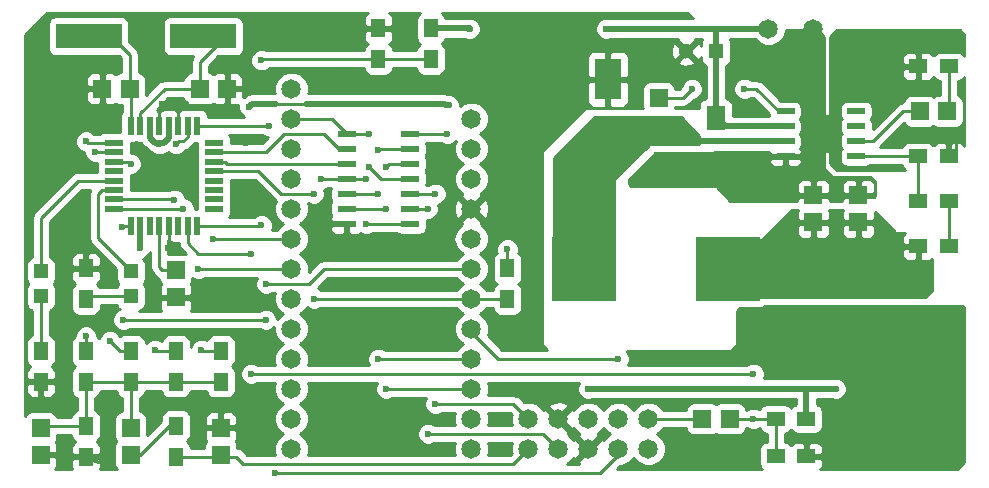
<source format=gtl>
G04 #@! TF.FileFunction,Copper,L1,Top,Signal*
%FSLAX46Y46*%
G04 Gerber Fmt 4.6, Leading zero omitted, Abs format (unit mm)*
G04 Created by KiCad (PCBNEW 0.201507012246+5852~23~ubuntu14.04.1-product) date Sat 04 Jul 2015 06:56:47 PM CDT*
%MOMM*%
G01*
G04 APERTURE LIST*
%ADD10C,0.100000*%
%ADD11R,1.600000X2.000000*%
%ADD12R,1.498600X1.498600*%
%ADD13R,1.198880X1.198880*%
%ADD14R,0.550000X1.600000*%
%ADD15R,1.600000X0.550000*%
%ADD16R,5.400000X5.400000*%
%ADD17C,1.651000*%
%ADD18R,1.501140X1.198880*%
%ADD19R,1.198880X1.501140*%
%ADD20R,1.500000X0.600000*%
%ADD21R,5.600700X2.100580*%
%ADD22R,2.301240X3.500120*%
%ADD23R,2.413000X3.302000*%
%ADD24R,1.500000X0.500000*%
%ADD25C,1.016000*%
%ADD26C,1.300000*%
%ADD27R,1.300000X1.300000*%
%ADD28C,0.600000*%
%ADD29C,0.250000*%
%ADD30C,0.500000*%
%ADD31C,0.254000*%
G04 APERTURE END LIST*
D10*
D11*
X127635000Y-123285000D03*
X127635000Y-119285000D03*
D12*
X144899380Y-118745000D03*
X147200620Y-118745000D03*
X122809000Y-119895620D03*
X122809000Y-117594380D03*
X135890000Y-125849380D03*
X135890000Y-128150620D03*
X139700000Y-125849380D03*
X139700000Y-128150620D03*
X81915000Y-132199380D03*
X81915000Y-134500620D03*
X70485000Y-145534380D03*
X70485000Y-147835620D03*
X78105000Y-147835620D03*
X78105000Y-145534380D03*
X86240620Y-116840000D03*
X83939380Y-116840000D03*
X75684380Y-116840000D03*
X77985620Y-116840000D03*
D13*
X78105000Y-132300980D03*
X78105000Y-134399020D03*
X70485000Y-132300980D03*
X70485000Y-134399020D03*
D14*
X83699000Y-119956000D03*
X82899000Y-119956000D03*
X82099000Y-119956000D03*
X81299000Y-119956000D03*
X80499000Y-119956000D03*
X79699000Y-119956000D03*
X78899000Y-119956000D03*
X78099000Y-119956000D03*
D15*
X76649000Y-121406000D03*
X76649000Y-122206000D03*
X76649000Y-123006000D03*
X76649000Y-123806000D03*
X76649000Y-124606000D03*
X76649000Y-125406000D03*
X76649000Y-126206000D03*
X76649000Y-127006000D03*
D14*
X78099000Y-128456000D03*
X78899000Y-128456000D03*
X79699000Y-128456000D03*
X80499000Y-128456000D03*
X81299000Y-128456000D03*
X82099000Y-128456000D03*
X82899000Y-128456000D03*
X83699000Y-128456000D03*
D15*
X85149000Y-127006000D03*
X85149000Y-126206000D03*
X85149000Y-125406000D03*
X85149000Y-124606000D03*
X85149000Y-123806000D03*
X85149000Y-123006000D03*
X85149000Y-122206000D03*
X85149000Y-121406000D03*
D16*
X116455000Y-132080000D03*
X128655000Y-132080000D03*
D17*
X111760000Y-147320000D03*
X111760000Y-144780000D03*
X114300000Y-147320000D03*
X116840000Y-147320000D03*
X114300000Y-144780000D03*
X116840000Y-144780000D03*
X119380000Y-147320000D03*
X119380000Y-144780000D03*
X121920000Y-147320000D03*
X121920000Y-144780000D03*
D18*
X147350480Y-126365000D03*
X144749520Y-126365000D03*
X147350480Y-122555000D03*
X144749520Y-122555000D03*
X144749520Y-114935000D03*
X147350480Y-114935000D03*
X147350480Y-130175000D03*
X144749520Y-130175000D03*
D19*
X85725000Y-141635480D03*
X85725000Y-139034520D03*
X74295000Y-141635480D03*
X74295000Y-139034520D03*
X78105000Y-141635480D03*
X78105000Y-139034520D03*
X81915000Y-141635480D03*
X81915000Y-139034520D03*
X74295000Y-145384520D03*
X74295000Y-147985480D03*
X74295000Y-132049520D03*
X74295000Y-134650480D03*
X70485000Y-141635480D03*
X70485000Y-139034520D03*
X81915000Y-145384520D03*
X81915000Y-147985480D03*
X103505000Y-114330480D03*
X103505000Y-111729520D03*
X99060000Y-111729520D03*
X99060000Y-114330480D03*
D20*
X96360000Y-120650000D03*
X96360000Y-121920000D03*
X96360000Y-123190000D03*
X96360000Y-124460000D03*
X96360000Y-125730000D03*
X96360000Y-127000000D03*
X96360000Y-128270000D03*
X101760000Y-128270000D03*
X101760000Y-127000000D03*
X101760000Y-125730000D03*
X101760000Y-124460000D03*
X101760000Y-123190000D03*
X101760000Y-121920000D03*
X101760000Y-120650000D03*
D21*
X84223860Y-112395000D03*
X74526140Y-112395000D03*
D22*
X118491000Y-116044980D03*
X118491000Y-121445020D03*
D23*
X136525000Y-120650000D03*
D24*
X133525000Y-118745000D03*
X133525000Y-120015000D03*
X133525000Y-121285000D03*
X133525000Y-122555000D03*
X139525000Y-118745000D03*
X139525000Y-120015000D03*
X139525000Y-121285000D03*
X139525000Y-122555000D03*
D25*
X136525000Y-120650000D03*
X136525000Y-119380000D03*
X136525000Y-121920000D03*
X137541000Y-119380000D03*
X137541000Y-120650000D03*
X137541000Y-121920000D03*
X135509000Y-121920000D03*
X135509000Y-120650000D03*
X135509000Y-119380000D03*
D12*
X128785620Y-144780000D03*
X126484380Y-144780000D03*
D18*
X135285480Y-144780000D03*
X132684520Y-144780000D03*
X132684520Y-147955000D03*
X135285480Y-147955000D03*
D19*
X109982000Y-134650480D03*
X109982000Y-132049520D03*
D17*
X132080000Y-111760000D03*
X135890000Y-111760000D03*
X91694000Y-116840000D03*
X91694000Y-119380000D03*
X91694000Y-121920000D03*
X91694000Y-124460000D03*
X91694000Y-127000000D03*
X91694000Y-129540000D03*
X91694000Y-132080000D03*
X91694000Y-134620000D03*
X91694000Y-137160000D03*
X91694000Y-139700000D03*
X91694000Y-142240000D03*
X91694000Y-144780000D03*
X91694000Y-147320000D03*
X106934000Y-147320000D03*
X106934000Y-144780000D03*
X106934000Y-142240000D03*
X106934000Y-139700000D03*
X106934000Y-137160000D03*
X106934000Y-134620000D03*
X106934000Y-132080000D03*
X106934000Y-129540000D03*
X106934000Y-127000000D03*
X106934000Y-124460000D03*
X106934000Y-121920000D03*
X106934000Y-119380000D03*
D26*
X125135000Y-113665000D03*
D27*
X127635000Y-113665000D03*
D12*
X85725000Y-147835620D03*
X85725000Y-145534380D03*
D28*
X88900000Y-145415000D03*
X142875000Y-114935000D03*
X147955000Y-121285000D03*
X76073000Y-148717000D03*
X109474000Y-144780000D03*
X80772000Y-118110000D03*
X82804000Y-118110000D03*
X84074000Y-134366000D03*
X81280000Y-130302000D03*
X87376000Y-125222000D03*
X83058000Y-123698000D03*
X87884000Y-121412000D03*
X72390000Y-118618000D03*
X72390000Y-143383000D03*
X93345000Y-112268000D03*
X97028000Y-133350000D03*
X109474000Y-147574000D03*
X97028000Y-144526000D03*
X105537000Y-116205000D03*
X108458000Y-116205000D03*
X95377000Y-116205000D03*
X137795000Y-147955000D03*
X125095000Y-147955000D03*
X97028000Y-137922000D03*
X101473000Y-130302000D03*
X96901000Y-130302000D03*
X118364000Y-111760000D03*
X106807000Y-111760000D03*
X125603000Y-116840000D03*
X130048000Y-116840000D03*
X116840000Y-142240000D03*
X137795000Y-142240000D03*
X137795000Y-132080000D03*
X104902000Y-120650000D03*
X105029000Y-118237000D03*
X78867000Y-130302000D03*
X88138000Y-118364000D03*
X80518000Y-121539000D03*
X109982000Y-130429000D03*
X89789000Y-120015000D03*
X90297000Y-149352000D03*
X81915000Y-121539000D03*
X84074000Y-138938000D03*
X74295000Y-121285000D03*
X74295000Y-137795000D03*
X76327000Y-138176000D03*
X75057000Y-122174000D03*
X80137000Y-138938000D03*
X78105000Y-123190000D03*
X83820000Y-132080000D03*
X81788000Y-126238000D03*
X82550000Y-127000000D03*
X85090000Y-129540000D03*
X77343000Y-128524000D03*
X77470000Y-136398000D03*
X89535000Y-136398000D03*
X89535000Y-133350000D03*
X89154000Y-128397000D03*
X89154000Y-114427000D03*
X93599000Y-134620000D03*
X93599000Y-125730000D03*
X103886000Y-125730000D03*
X103886000Y-143510000D03*
X103251000Y-127000000D03*
X103251000Y-146050000D03*
X119380000Y-139700000D03*
X98298000Y-123444000D03*
X98298000Y-120650000D03*
X98044000Y-128270000D03*
X98044000Y-124460000D03*
X94234000Y-124460000D03*
X99695000Y-142240000D03*
X99695000Y-123444000D03*
X99695000Y-127000000D03*
X99060000Y-139700000D03*
X99060000Y-122047000D03*
X99060000Y-125730000D03*
X130810000Y-140970000D03*
X88265000Y-140970000D03*
X88265000Y-130810000D03*
X130810000Y-144780000D03*
D29*
X85725000Y-145384520D02*
X88869520Y-145384520D01*
X88869520Y-145384520D02*
X88900000Y-145415000D01*
X144749520Y-114935000D02*
X142875000Y-114935000D01*
X147955000Y-121920000D02*
X147955000Y-121285000D01*
X147350480Y-122524520D02*
X147955000Y-121920000D01*
X147350480Y-122555000D02*
X147350480Y-122524520D01*
X74391520Y-148082000D02*
X74295000Y-147985480D01*
X74391520Y-148082000D02*
X76073000Y-148717000D01*
X80499000Y-118383000D02*
X80772000Y-118110000D01*
X80499000Y-119956000D02*
X80499000Y-118383000D01*
X82099000Y-118815000D02*
X82804000Y-118110000D01*
X82099000Y-119956000D02*
X82099000Y-118815000D01*
X83939380Y-134500620D02*
X84074000Y-134366000D01*
X81915000Y-134500620D02*
X83939380Y-134500620D01*
X81299000Y-130283000D02*
X81280000Y-130302000D01*
X81299000Y-128456000D02*
X81299000Y-130283000D01*
X105537000Y-116205000D02*
X108458000Y-116205000D01*
X135285480Y-147955000D02*
X137795000Y-147955000D01*
X101473000Y-130302000D02*
X96901000Y-130302000D01*
D30*
X126492000Y-111760000D02*
X118364000Y-111760000D01*
X106776520Y-111729520D02*
X103505000Y-111729520D01*
D29*
X106807000Y-111760000D02*
X106776520Y-111729520D01*
D30*
X127635000Y-119285000D02*
X127635000Y-113665000D01*
X128365000Y-120015000D02*
X127635000Y-119285000D01*
X133525000Y-120015000D02*
X128365000Y-120015000D01*
X127635000Y-111760000D02*
X126492000Y-111760000D01*
X126492000Y-111760000D02*
X126365000Y-111760000D01*
X132080000Y-111760000D02*
X127635000Y-111760000D01*
X127635000Y-113665000D02*
X127635000Y-111760000D01*
D29*
X140970000Y-121285000D02*
X143510000Y-118745000D01*
X143510000Y-118745000D02*
X144899380Y-118745000D01*
X139525000Y-121285000D02*
X140970000Y-121285000D01*
X147350480Y-118595140D02*
X147200620Y-118745000D01*
X147350480Y-114935000D02*
X147350480Y-118595140D01*
D30*
X125214380Y-121285000D02*
X122809000Y-119895620D01*
X133525000Y-121285000D02*
X125214380Y-121285000D01*
D29*
X132969000Y-118745000D02*
X133525000Y-118745000D01*
X124848620Y-117594380D02*
X125603000Y-116840000D01*
X130048000Y-116840000D02*
X131064000Y-116840000D01*
X131064000Y-116840000D02*
X132969000Y-118745000D01*
X122809000Y-117594380D02*
X124848620Y-117594380D01*
D30*
X135285480Y-144780000D02*
X135285480Y-142240000D01*
X135382000Y-142240000D02*
X137795000Y-142240000D01*
X116840000Y-142240000D02*
X135382000Y-142240000D01*
X135285480Y-142240000D02*
X135382000Y-142240000D01*
D29*
X101760000Y-120650000D02*
X104902000Y-120650000D01*
X105029000Y-118237000D02*
X104902000Y-118110000D01*
X78867000Y-130302000D02*
X78899000Y-130302000D01*
X78899000Y-130302000D02*
X78899000Y-130334000D01*
D30*
X78899000Y-128456000D02*
X78899000Y-130334000D01*
X80518000Y-121412000D02*
X80137000Y-121412000D01*
X80899000Y-121412000D02*
X80518000Y-121412000D01*
X80137000Y-121412000D02*
X79883000Y-121158000D01*
X79699000Y-120974000D02*
X79699000Y-119956000D01*
X79699000Y-120974000D02*
X79883000Y-121158000D01*
X81153000Y-121158000D02*
X81299000Y-121012000D01*
X81299000Y-119956000D02*
X81299000Y-121012000D01*
X81153000Y-121158000D02*
X80899000Y-121412000D01*
X104775000Y-118237000D02*
X105029000Y-118237000D01*
X104648000Y-118110000D02*
X92964000Y-118110000D01*
X104775000Y-118237000D02*
X104648000Y-118110000D01*
X88392000Y-118110000D02*
X90424000Y-118110000D01*
X88138000Y-118364000D02*
X88392000Y-118110000D01*
D29*
X90424000Y-118110000D02*
X92964000Y-118110000D01*
X80518000Y-121412000D02*
X80518000Y-121539000D01*
X109982000Y-132049520D02*
X109982000Y-130429000D01*
X81915000Y-132199380D02*
X80764380Y-132199380D01*
X80499000Y-131934000D02*
X80499000Y-128456000D01*
X80764380Y-132199380D02*
X80499000Y-131934000D01*
X78105000Y-141635480D02*
X78105000Y-145534380D01*
X74295000Y-141635480D02*
X74295000Y-145384520D01*
X74295000Y-145384520D02*
X70634860Y-145384520D01*
X70634860Y-145384520D02*
X70485000Y-145534380D01*
X74444860Y-145534380D02*
X74295000Y-145384520D01*
X81915000Y-141635480D02*
X85725000Y-141635480D01*
X78105000Y-141635480D02*
X81915000Y-141635480D01*
X74295000Y-141635480D02*
X78105000Y-141635480D01*
X83939380Y-116840000D02*
X83939380Y-114584480D01*
X83939380Y-114584480D02*
X86128860Y-112395000D01*
X78899000Y-119956000D02*
X78899000Y-118904000D01*
X80963000Y-116840000D02*
X83939380Y-116840000D01*
X78899000Y-118904000D02*
X80963000Y-116840000D01*
X78099000Y-119956000D02*
X78099000Y-116953380D01*
X78099000Y-116953380D02*
X77985620Y-116840000D01*
X77985620Y-116840000D02*
X77985620Y-113949480D01*
X77985620Y-113949480D02*
X76431140Y-112395000D01*
X121920000Y-144780000D02*
X126484380Y-144780000D01*
X76649000Y-125406000D02*
X75635000Y-125406000D01*
X75311000Y-129506980D02*
X78105000Y-132300980D01*
X75311000Y-125730000D02*
X75311000Y-129506980D01*
X75635000Y-125406000D02*
X75311000Y-125730000D01*
X77851000Y-132046980D02*
X78105000Y-132300980D01*
X78105000Y-134399020D02*
X74546460Y-134399020D01*
X74546460Y-134399020D02*
X74295000Y-134650480D01*
X76649000Y-124606000D02*
X73641000Y-124606000D01*
X70485000Y-127762000D02*
X70485000Y-132300980D01*
X73641000Y-124606000D02*
X70485000Y-127762000D01*
X70485000Y-134399020D02*
X70485000Y-139034520D01*
X89730000Y-119956000D02*
X89789000Y-120015000D01*
X83699000Y-119956000D02*
X89730000Y-119956000D01*
X117856000Y-149352000D02*
X119380000Y-147828000D01*
X90297000Y-149352000D02*
X117856000Y-149352000D01*
X119380000Y-147828000D02*
X119380000Y-147320000D01*
X85725000Y-139034520D02*
X84170520Y-139034520D01*
X82899000Y-120936000D02*
X82899000Y-119956000D01*
X82550000Y-121285000D02*
X82899000Y-120936000D01*
X82169000Y-121285000D02*
X82550000Y-121285000D01*
X81915000Y-121539000D02*
X82169000Y-121285000D01*
X84170520Y-139034520D02*
X84074000Y-138938000D01*
X85725000Y-139034520D02*
X85725000Y-138938000D01*
X74295000Y-139034520D02*
X74295000Y-137795000D01*
X74416000Y-121406000D02*
X76649000Y-121406000D01*
X74295000Y-121285000D02*
X74416000Y-121406000D01*
X76649000Y-122206000D02*
X75089000Y-122206000D01*
X77185520Y-139034520D02*
X78105000Y-139034520D01*
X76327000Y-138176000D02*
X77185520Y-139034520D01*
X75089000Y-122206000D02*
X75057000Y-122174000D01*
X76649000Y-123006000D02*
X77921000Y-123006000D01*
X80233520Y-139034520D02*
X81915000Y-139034520D01*
X80137000Y-138938000D02*
X80233520Y-139034520D01*
X77921000Y-123006000D02*
X78105000Y-123190000D01*
X81915000Y-139034520D02*
X81757520Y-139034520D01*
X83820000Y-132080000D02*
X91694000Y-132080000D01*
X76649000Y-126206000D02*
X81756000Y-126206000D01*
X81756000Y-126206000D02*
X81788000Y-126238000D01*
X82544000Y-127006000D02*
X82550000Y-127000000D01*
X76649000Y-127006000D02*
X82544000Y-127006000D01*
X85090000Y-129540000D02*
X91694000Y-129540000D01*
X106934000Y-132080000D02*
X94488000Y-132080000D01*
X77411000Y-128456000D02*
X78099000Y-128456000D01*
X77343000Y-128524000D02*
X77411000Y-128456000D01*
X89535000Y-136398000D02*
X77470000Y-136398000D01*
X93218000Y-133350000D02*
X89535000Y-133350000D01*
X94488000Y-132080000D02*
X93218000Y-133350000D01*
X99060000Y-114330480D02*
X89250520Y-114330480D01*
X89095000Y-128456000D02*
X83699000Y-128456000D01*
X89154000Y-128397000D02*
X89095000Y-128456000D01*
X89250520Y-114330480D02*
X89154000Y-114427000D01*
X103505000Y-114330480D02*
X99060000Y-114330480D01*
X85149000Y-123806000D02*
X88881000Y-123806000D01*
X93599000Y-134620000D02*
X106934000Y-134620000D01*
X90805000Y-125730000D02*
X93599000Y-125730000D01*
X88881000Y-123806000D02*
X90805000Y-125730000D01*
X109951520Y-134620000D02*
X109982000Y-134650480D01*
X106934000Y-134620000D02*
X109951520Y-134620000D01*
X84641000Y-123006000D02*
X86036000Y-123006000D01*
X86220000Y-123190000D02*
X95852000Y-123190000D01*
X86036000Y-123006000D02*
X86220000Y-123190000D01*
X85149000Y-122206000D02*
X89503000Y-122206000D01*
X94488000Y-120650000D02*
X95758000Y-121920000D01*
X91059000Y-120650000D02*
X94488000Y-120650000D01*
X89503000Y-122206000D02*
X91059000Y-120650000D01*
X95758000Y-121920000D02*
X96360000Y-121920000D01*
X85725000Y-147985480D02*
X87025480Y-147985480D01*
X110490000Y-148590000D02*
X111760000Y-147320000D01*
X87630000Y-148590000D02*
X110490000Y-148590000D01*
X87025480Y-147985480D02*
X87630000Y-148590000D01*
X81915000Y-147985480D02*
X85725000Y-147985480D01*
X81765140Y-147835620D02*
X81915000Y-147985480D01*
X111760000Y-144780000D02*
X110490000Y-143510000D01*
X103886000Y-125730000D02*
X101760000Y-125730000D01*
X110490000Y-143510000D02*
X103886000Y-143510000D01*
X114300000Y-147320000D02*
X113030000Y-146050000D01*
X103251000Y-127000000D02*
X101760000Y-127000000D01*
X113030000Y-146050000D02*
X103251000Y-146050000D01*
X106934000Y-137414000D02*
X106934000Y-137160000D01*
X119380000Y-139700000D02*
X109220000Y-139700000D01*
X109220000Y-139700000D02*
X106934000Y-137414000D01*
X147350480Y-130175000D02*
X147350480Y-126365000D01*
X139525000Y-122555000D02*
X144749520Y-122555000D01*
X144749520Y-126365000D02*
X144749520Y-122555000D01*
X96360000Y-120650000D02*
X98298000Y-120650000D01*
X99314000Y-124460000D02*
X101760000Y-124460000D01*
X98298000Y-123444000D02*
X99314000Y-124460000D01*
X101092000Y-124460000D02*
X101760000Y-124460000D01*
X91694000Y-119380000D02*
X95090000Y-119380000D01*
X95090000Y-119380000D02*
X96360000Y-120650000D01*
X96360000Y-124460000D02*
X98044000Y-124460000D01*
X98044000Y-128270000D02*
X101760000Y-128270000D01*
X96360000Y-124460000D02*
X94234000Y-124460000D01*
X101219000Y-128270000D02*
X101760000Y-128270000D01*
X99695000Y-142240000D02*
X106934000Y-142240000D01*
X96360000Y-127000000D02*
X99695000Y-127000000D01*
X99949000Y-123190000D02*
X101760000Y-123190000D01*
X99695000Y-123444000D02*
X99949000Y-123190000D01*
X99060000Y-139700000D02*
X106934000Y-139700000D01*
X96360000Y-125730000D02*
X99060000Y-125730000D01*
X99187000Y-121920000D02*
X101760000Y-121920000D01*
X99060000Y-122047000D02*
X99187000Y-121920000D01*
X106172000Y-129540000D02*
X106680000Y-129540000D01*
X130810000Y-144780000D02*
X128785620Y-144780000D01*
X132684520Y-144780000D02*
X130810000Y-144780000D01*
X132684520Y-147955000D02*
X132684520Y-144780000D01*
X130810000Y-140970000D02*
X88265000Y-140970000D01*
X88265000Y-130810000D02*
X83820000Y-130810000D01*
X83820000Y-130810000D02*
X82899000Y-129889000D01*
X82899000Y-128456000D02*
X82899000Y-129889000D01*
X78105000Y-147835620D02*
X78859380Y-147835620D01*
X81310480Y-145384520D02*
X81915000Y-145384520D01*
X78859380Y-147835620D02*
X81310480Y-145384520D01*
D31*
G36*
X134505700Y-127275011D02*
X134505700Y-127864870D01*
X134664450Y-128023620D01*
X135763000Y-128023620D01*
X135763000Y-128003620D01*
X136017000Y-128003620D01*
X136017000Y-128023620D01*
X137115550Y-128023620D01*
X137274300Y-127864870D01*
X137274300Y-127275011D01*
X137212992Y-127127000D01*
X138377008Y-127127000D01*
X138315700Y-127275011D01*
X138315700Y-127864870D01*
X138474450Y-128023620D01*
X139573000Y-128023620D01*
X139573000Y-128003620D01*
X139827000Y-128003620D01*
X139827000Y-128023620D01*
X140925550Y-128023620D01*
X141084300Y-127864870D01*
X141084300Y-127293906D01*
X142785194Y-128994799D01*
X142785197Y-128994803D01*
X142785198Y-128994803D01*
X142826399Y-129022333D01*
X142875000Y-129032001D01*
X142875000Y-129032000D01*
X143651886Y-129032000D01*
X143639252Y-129037233D01*
X143460623Y-129215861D01*
X143363950Y-129449250D01*
X143363950Y-129889250D01*
X143522700Y-130048000D01*
X144622520Y-130048000D01*
X144622520Y-130028000D01*
X144876520Y-130028000D01*
X144876520Y-130048000D01*
X144896520Y-130048000D01*
X144896520Y-130302000D01*
X144876520Y-130302000D01*
X144876520Y-131250690D01*
X145035270Y-131409440D01*
X145626399Y-131409440D01*
X145859788Y-131312767D01*
X145923000Y-131249555D01*
X145923000Y-133932394D01*
X145362394Y-134493000D01*
X126492000Y-134493000D01*
X126492000Y-130302000D01*
X143522700Y-130302000D01*
X143363950Y-130460750D01*
X143363950Y-130900750D01*
X143460623Y-131134139D01*
X143639252Y-131312767D01*
X143872641Y-131409440D01*
X144463770Y-131409440D01*
X144622520Y-131250690D01*
X144622520Y-130302000D01*
X143522700Y-130302000D01*
X126492000Y-130302000D01*
X126492000Y-129667000D01*
X131444994Y-129667000D01*
X131445000Y-129667001D01*
X131445000Y-129667000D01*
X131493601Y-129657333D01*
X131534803Y-129629803D01*
X132886985Y-128277620D01*
X134664450Y-128277620D01*
X134505700Y-128436370D01*
X134505700Y-129026229D01*
X134602373Y-129259618D01*
X134781001Y-129438247D01*
X135014390Y-129534920D01*
X135604250Y-129534920D01*
X135763000Y-129376170D01*
X135763000Y-128277620D01*
X136017000Y-128277620D01*
X136017000Y-129376170D01*
X136175750Y-129534920D01*
X136765610Y-129534920D01*
X136998999Y-129438247D01*
X137177627Y-129259618D01*
X137274300Y-129026229D01*
X137274300Y-128436370D01*
X137115550Y-128277620D01*
X138474450Y-128277620D01*
X137115550Y-128277620D01*
X137115550Y-128277620D01*
X138474450Y-128277620D01*
X138315700Y-128436370D01*
X138315700Y-129026229D01*
X138412373Y-129259618D01*
X138591001Y-129438247D01*
X138824390Y-129534920D01*
X139414250Y-129534920D01*
X139573000Y-129376170D01*
X139573000Y-128277620D01*
X139827000Y-128277620D01*
X139573000Y-128277620D01*
X139573000Y-128277620D01*
X139827000Y-128277620D01*
X139827000Y-129376170D01*
X139985750Y-129534920D01*
X140575610Y-129534920D01*
X140808999Y-129438247D01*
X140987627Y-129259618D01*
X141084300Y-129026229D01*
X141084300Y-128436370D01*
X140925550Y-128277620D01*
X139827000Y-128277620D01*
X139573000Y-128277620D01*
X139573000Y-128277620D01*
X138474450Y-128277620D01*
X137115550Y-128277620D01*
X137115550Y-128277620D01*
X136017000Y-128277620D01*
X135763000Y-128277620D01*
X135763000Y-128277620D01*
X134664450Y-128277620D01*
X132886985Y-128277620D01*
X134037605Y-127127000D01*
X134567008Y-127127000D01*
X134505700Y-127275011D01*
X134505700Y-127275011D01*
G37*
X134505700Y-127275011D02*
X134505700Y-127864870D01*
X134664450Y-128023620D01*
X135763000Y-128023620D01*
X135763000Y-128003620D01*
X136017000Y-128003620D01*
X136017000Y-128023620D01*
X137115550Y-128023620D01*
X137274300Y-127864870D01*
X137274300Y-127275011D01*
X137212992Y-127127000D01*
X138377008Y-127127000D01*
X138315700Y-127275011D01*
X138315700Y-127864870D01*
X138474450Y-128023620D01*
X139573000Y-128023620D01*
X139573000Y-128003620D01*
X139827000Y-128003620D01*
X139827000Y-128023620D01*
X140925550Y-128023620D01*
X141084300Y-127864870D01*
X141084300Y-127293906D01*
X142785194Y-128994799D01*
X142785197Y-128994803D01*
X142785198Y-128994803D01*
X142826399Y-129022333D01*
X142875000Y-129032001D01*
X142875000Y-129032000D01*
X143651886Y-129032000D01*
X143639252Y-129037233D01*
X143460623Y-129215861D01*
X143363950Y-129449250D01*
X143363950Y-129889250D01*
X143522700Y-130048000D01*
X144622520Y-130048000D01*
X144622520Y-130028000D01*
X144876520Y-130028000D01*
X144876520Y-130048000D01*
X144896520Y-130048000D01*
X144896520Y-130302000D01*
X144876520Y-130302000D01*
X144876520Y-131250690D01*
X145035270Y-131409440D01*
X145626399Y-131409440D01*
X145859788Y-131312767D01*
X145923000Y-131249555D01*
X145923000Y-133932394D01*
X145362394Y-134493000D01*
X126492000Y-134493000D01*
X126492000Y-130302000D01*
X143522700Y-130302000D01*
X143363950Y-130460750D01*
X143363950Y-130900750D01*
X143460623Y-131134139D01*
X143639252Y-131312767D01*
X143872641Y-131409440D01*
X144463770Y-131409440D01*
X144622520Y-131250690D01*
X144622520Y-130302000D01*
X143522700Y-130302000D01*
X126492000Y-130302000D01*
X126492000Y-129667000D01*
X131444994Y-129667000D01*
X131445000Y-129667001D01*
X131445000Y-129667000D01*
X131493601Y-129657333D01*
X131534803Y-129629803D01*
X132886985Y-128277620D01*
X134664450Y-128277620D01*
X134505700Y-128436370D01*
X134505700Y-129026229D01*
X134602373Y-129259618D01*
X134781001Y-129438247D01*
X135014390Y-129534920D01*
X135604250Y-129534920D01*
X135763000Y-129376170D01*
X135763000Y-128277620D01*
X136017000Y-128277620D01*
X136017000Y-129376170D01*
X136175750Y-129534920D01*
X136765610Y-129534920D01*
X136998999Y-129438247D01*
X137177627Y-129259618D01*
X137274300Y-129026229D01*
X137274300Y-128436370D01*
X137115550Y-128277620D01*
X138474450Y-128277620D01*
X137115550Y-128277620D01*
X137115550Y-128277620D01*
X138474450Y-128277620D01*
X138315700Y-128436370D01*
X138315700Y-129026229D01*
X138412373Y-129259618D01*
X138591001Y-129438247D01*
X138824390Y-129534920D01*
X139414250Y-129534920D01*
X139573000Y-129376170D01*
X139573000Y-128277620D01*
X139827000Y-128277620D01*
X139573000Y-128277620D01*
X139573000Y-128277620D01*
X139827000Y-128277620D01*
X139827000Y-129376170D01*
X139985750Y-129534920D01*
X140575610Y-129534920D01*
X140808999Y-129438247D01*
X140987627Y-129259618D01*
X141084300Y-129026229D01*
X141084300Y-128436370D01*
X140925550Y-128277620D01*
X139827000Y-128277620D01*
X139573000Y-128277620D01*
X139573000Y-128277620D01*
X138474450Y-128277620D01*
X137115550Y-128277620D01*
X137115550Y-128277620D01*
X136017000Y-128277620D01*
X135763000Y-128277620D01*
X135763000Y-128277620D01*
X134664450Y-128277620D01*
X132886985Y-128277620D01*
X134037605Y-127127000D01*
X134567008Y-127127000D01*
X134505700Y-127275011D01*
G36*
X126238000Y-120829605D02*
X126238000Y-121486394D01*
X126185394Y-121539000D01*
X122047005Y-121539000D01*
X122047000Y-121538999D01*
X121998399Y-121548667D01*
X121957197Y-121576197D01*
X119036197Y-124497197D01*
X119008667Y-124538399D01*
X118998999Y-124587000D01*
X118999000Y-124587005D01*
X118999000Y-134493000D01*
X113919000Y-134493000D01*
X113919000Y-122734605D01*
X117400605Y-119253000D01*
X124661394Y-119253000D01*
X126238000Y-120829605D01*
X126238000Y-120829605D01*
G37*
X126238000Y-120829605D02*
X126238000Y-121486394D01*
X126185394Y-121539000D01*
X122047005Y-121539000D01*
X122047000Y-121538999D01*
X121998399Y-121548667D01*
X121957197Y-121576197D01*
X119036197Y-124497197D01*
X119008667Y-124538399D01*
X118998999Y-124587000D01*
X118999000Y-124587005D01*
X118999000Y-134493000D01*
X113919000Y-134493000D01*
X113919000Y-122734605D01*
X117400605Y-119253000D01*
X124661394Y-119253000D01*
X126238000Y-120829605D01*
G36*
X136779000Y-112447605D02*
X136779000Y-123570994D01*
X136778999Y-123571000D01*
X136788667Y-123619601D01*
X136816197Y-123660803D01*
X137451194Y-124295799D01*
X137451197Y-124295803D01*
X137451198Y-124295803D01*
X137492399Y-124323333D01*
X137541000Y-124333001D01*
X137541000Y-124333000D01*
X140673666Y-124333000D01*
X141097000Y-124650500D01*
X141097000Y-125931394D01*
X140988782Y-126039612D01*
X140925550Y-125976380D01*
X139827000Y-125976380D01*
X139827000Y-125996380D01*
X139573000Y-125996380D01*
X139573000Y-125976380D01*
X138474450Y-125976380D01*
X138315700Y-126135130D01*
X138315700Y-126365000D01*
X137274300Y-126365000D01*
X137274300Y-126135130D01*
X137115550Y-125976380D01*
X136017000Y-125976380D01*
X136017000Y-125996380D01*
X135763000Y-125996380D01*
X135763000Y-125976380D01*
X134664450Y-125976380D01*
X134505700Y-126135130D01*
X134505700Y-126365000D01*
X128834561Y-126365000D01*
X127729398Y-125137041D01*
X127726685Y-125135014D01*
X127724803Y-125132197D01*
X127706920Y-125120248D01*
X127689701Y-125107384D01*
X127686418Y-125106549D01*
X127683601Y-125104667D01*
X127662515Y-125100472D01*
X127641675Y-125095175D01*
X127638321Y-125095660D01*
X127635000Y-125095000D01*
X120448605Y-125095000D01*
X120269000Y-124915394D01*
X120269000Y-124512605D01*
X120316525Y-124465080D01*
X135014390Y-124465080D01*
X134781001Y-124561753D01*
X134602373Y-124740382D01*
X134505700Y-124973771D01*
X134505700Y-125563630D01*
X134664450Y-125722380D01*
X135763000Y-125722380D01*
X135763000Y-124623830D01*
X135604250Y-124465080D01*
X136175750Y-124465080D01*
X135604250Y-124465080D01*
X135604250Y-124465080D01*
X136175750Y-124465080D01*
X136017000Y-124623830D01*
X136017000Y-125722380D01*
X137115550Y-125722380D01*
X137274300Y-125563630D01*
X137274300Y-124973771D01*
X137177627Y-124740382D01*
X136998999Y-124561753D01*
X136765610Y-124465080D01*
X138824390Y-124465080D01*
X136765610Y-124465080D01*
X136765610Y-124465080D01*
X138824390Y-124465080D01*
X138591001Y-124561753D01*
X138412373Y-124740382D01*
X138315700Y-124973771D01*
X138315700Y-125563630D01*
X138474450Y-125722380D01*
X139573000Y-125722380D01*
X139573000Y-124623830D01*
X139414250Y-124465080D01*
X139985750Y-124465080D01*
X139827000Y-124623830D01*
X139827000Y-125722380D01*
X140925550Y-125722380D01*
X141084300Y-125563630D01*
X141084300Y-124973771D01*
X140987627Y-124740382D01*
X140808999Y-124561753D01*
X140575610Y-124465080D01*
X139985750Y-124465080D01*
X139414250Y-124465080D01*
X139414250Y-124465080D01*
X138824390Y-124465080D01*
X136765610Y-124465080D01*
X136765610Y-124465080D01*
X136175750Y-124465080D01*
X135604250Y-124465080D01*
X135604250Y-124465080D01*
X135014390Y-124465080D01*
X120316525Y-124465080D01*
X122101605Y-122680000D01*
X132298750Y-122680000D01*
X132140000Y-122838750D01*
X132140000Y-122931310D01*
X132236673Y-123164699D01*
X132415302Y-123343327D01*
X132648691Y-123440000D01*
X133239250Y-123440000D01*
X133398000Y-123281250D01*
X133398000Y-122680000D01*
X133652000Y-122680000D01*
X133652000Y-123281250D01*
X133810750Y-123440000D01*
X134401309Y-123440000D01*
X134634698Y-123343327D01*
X134813327Y-123164699D01*
X134910000Y-122931310D01*
X134910000Y-122838750D01*
X134751250Y-122680000D01*
X133652000Y-122680000D01*
X133398000Y-122680000D01*
X133398000Y-122680000D01*
X132298750Y-122680000D01*
X122101605Y-122680000D01*
X122480605Y-122301000D01*
X127380994Y-122301000D01*
X127381000Y-122301001D01*
X127381000Y-122301000D01*
X127429601Y-122291333D01*
X127470803Y-122263803D01*
X127564606Y-122170000D01*
X132143600Y-122170000D01*
X132140000Y-122178690D01*
X132140000Y-122271250D01*
X132298750Y-122430000D01*
X133398000Y-122430000D01*
X133398000Y-122408000D01*
X133652000Y-122408000D01*
X133652000Y-122430000D01*
X134751250Y-122430000D01*
X134910000Y-122271250D01*
X134910000Y-122178690D01*
X134813327Y-121945301D01*
X134783836Y-121915810D01*
X134872377Y-121784640D01*
X134922440Y-121535000D01*
X134922440Y-121035000D01*
X134875463Y-120792877D01*
X134781312Y-120649549D01*
X134872377Y-120514640D01*
X134922440Y-120265000D01*
X134922440Y-119765000D01*
X134875463Y-119522877D01*
X134781312Y-119379549D01*
X134872377Y-119244640D01*
X134922440Y-118995000D01*
X134922440Y-118495000D01*
X134875463Y-118252877D01*
X134735673Y-118040073D01*
X134524640Y-117897623D01*
X134275000Y-117847560D01*
X133146362Y-117847560D01*
X131601401Y-116302599D01*
X131354839Y-116137852D01*
X131064000Y-116080000D01*
X130610463Y-116080000D01*
X130578327Y-116047808D01*
X130234799Y-115905162D01*
X129862833Y-115904838D01*
X129519057Y-116046883D01*
X129255808Y-116309673D01*
X129113162Y-116653201D01*
X129112838Y-117025167D01*
X129254883Y-117368943D01*
X129517673Y-117632192D01*
X129861201Y-117774838D01*
X130233167Y-117775162D01*
X130576943Y-117633117D01*
X130610118Y-117600000D01*
X130749198Y-117600000D01*
X132127560Y-118978362D01*
X132127560Y-118995000D01*
X132153753Y-119130000D01*
X129082440Y-119130000D01*
X129082440Y-118285000D01*
X129035463Y-118042877D01*
X128895673Y-117830073D01*
X128684640Y-117687623D01*
X128520000Y-117654606D01*
X128520000Y-114916845D01*
X128527123Y-114915463D01*
X128739927Y-114775673D01*
X128882377Y-114564640D01*
X128932440Y-114315000D01*
X128932440Y-113015000D01*
X128885463Y-112772877D01*
X128801461Y-112645000D01*
X130899798Y-112645000D01*
X131251613Y-112997430D01*
X131788214Y-113220246D01*
X132369237Y-113220753D01*
X132906226Y-112998874D01*
X133317430Y-112588387D01*
X133540246Y-112051786D01*
X133540390Y-111887000D01*
X136218394Y-111887000D01*
X136779000Y-112447605D01*
X136779000Y-112447605D01*
G37*
X136779000Y-112447605D02*
X136779000Y-123570994D01*
X136778999Y-123571000D01*
X136788667Y-123619601D01*
X136816197Y-123660803D01*
X137451194Y-124295799D01*
X137451197Y-124295803D01*
X137451198Y-124295803D01*
X137492399Y-124323333D01*
X137541000Y-124333001D01*
X137541000Y-124333000D01*
X140673666Y-124333000D01*
X141097000Y-124650500D01*
X141097000Y-125931394D01*
X140988782Y-126039612D01*
X140925550Y-125976380D01*
X139827000Y-125976380D01*
X139827000Y-125996380D01*
X139573000Y-125996380D01*
X139573000Y-125976380D01*
X138474450Y-125976380D01*
X138315700Y-126135130D01*
X138315700Y-126365000D01*
X137274300Y-126365000D01*
X137274300Y-126135130D01*
X137115550Y-125976380D01*
X136017000Y-125976380D01*
X136017000Y-125996380D01*
X135763000Y-125996380D01*
X135763000Y-125976380D01*
X134664450Y-125976380D01*
X134505700Y-126135130D01*
X134505700Y-126365000D01*
X128834561Y-126365000D01*
X127729398Y-125137041D01*
X127726685Y-125135014D01*
X127724803Y-125132197D01*
X127706920Y-125120248D01*
X127689701Y-125107384D01*
X127686418Y-125106549D01*
X127683601Y-125104667D01*
X127662515Y-125100472D01*
X127641675Y-125095175D01*
X127638321Y-125095660D01*
X127635000Y-125095000D01*
X120448605Y-125095000D01*
X120269000Y-124915394D01*
X120269000Y-124512605D01*
X120316525Y-124465080D01*
X135014390Y-124465080D01*
X134781001Y-124561753D01*
X134602373Y-124740382D01*
X134505700Y-124973771D01*
X134505700Y-125563630D01*
X134664450Y-125722380D01*
X135763000Y-125722380D01*
X135763000Y-124623830D01*
X135604250Y-124465080D01*
X136175750Y-124465080D01*
X135604250Y-124465080D01*
X135604250Y-124465080D01*
X136175750Y-124465080D01*
X136017000Y-124623830D01*
X136017000Y-125722380D01*
X137115550Y-125722380D01*
X137274300Y-125563630D01*
X137274300Y-124973771D01*
X137177627Y-124740382D01*
X136998999Y-124561753D01*
X136765610Y-124465080D01*
X138824390Y-124465080D01*
X136765610Y-124465080D01*
X136765610Y-124465080D01*
X138824390Y-124465080D01*
X138591001Y-124561753D01*
X138412373Y-124740382D01*
X138315700Y-124973771D01*
X138315700Y-125563630D01*
X138474450Y-125722380D01*
X139573000Y-125722380D01*
X139573000Y-124623830D01*
X139414250Y-124465080D01*
X139985750Y-124465080D01*
X139827000Y-124623830D01*
X139827000Y-125722380D01*
X140925550Y-125722380D01*
X141084300Y-125563630D01*
X141084300Y-124973771D01*
X140987627Y-124740382D01*
X140808999Y-124561753D01*
X140575610Y-124465080D01*
X139985750Y-124465080D01*
X139414250Y-124465080D01*
X139414250Y-124465080D01*
X138824390Y-124465080D01*
X136765610Y-124465080D01*
X136765610Y-124465080D01*
X136175750Y-124465080D01*
X135604250Y-124465080D01*
X135604250Y-124465080D01*
X135014390Y-124465080D01*
X120316525Y-124465080D01*
X122101605Y-122680000D01*
X132298750Y-122680000D01*
X132140000Y-122838750D01*
X132140000Y-122931310D01*
X132236673Y-123164699D01*
X132415302Y-123343327D01*
X132648691Y-123440000D01*
X133239250Y-123440000D01*
X133398000Y-123281250D01*
X133398000Y-122680000D01*
X133652000Y-122680000D01*
X133652000Y-123281250D01*
X133810750Y-123440000D01*
X134401309Y-123440000D01*
X134634698Y-123343327D01*
X134813327Y-123164699D01*
X134910000Y-122931310D01*
X134910000Y-122838750D01*
X134751250Y-122680000D01*
X133652000Y-122680000D01*
X133398000Y-122680000D01*
X133398000Y-122680000D01*
X132298750Y-122680000D01*
X122101605Y-122680000D01*
X122480605Y-122301000D01*
X127380994Y-122301000D01*
X127381000Y-122301001D01*
X127381000Y-122301000D01*
X127429601Y-122291333D01*
X127470803Y-122263803D01*
X127564606Y-122170000D01*
X132143600Y-122170000D01*
X132140000Y-122178690D01*
X132140000Y-122271250D01*
X132298750Y-122430000D01*
X133398000Y-122430000D01*
X133398000Y-122408000D01*
X133652000Y-122408000D01*
X133652000Y-122430000D01*
X134751250Y-122430000D01*
X134910000Y-122271250D01*
X134910000Y-122178690D01*
X134813327Y-121945301D01*
X134783836Y-121915810D01*
X134872377Y-121784640D01*
X134922440Y-121535000D01*
X134922440Y-121035000D01*
X134875463Y-120792877D01*
X134781312Y-120649549D01*
X134872377Y-120514640D01*
X134922440Y-120265000D01*
X134922440Y-119765000D01*
X134875463Y-119522877D01*
X134781312Y-119379549D01*
X134872377Y-119244640D01*
X134922440Y-118995000D01*
X134922440Y-118495000D01*
X134875463Y-118252877D01*
X134735673Y-118040073D01*
X134524640Y-117897623D01*
X134275000Y-117847560D01*
X133146362Y-117847560D01*
X131601401Y-116302599D01*
X131354839Y-116137852D01*
X131064000Y-116080000D01*
X130610463Y-116080000D01*
X130578327Y-116047808D01*
X130234799Y-115905162D01*
X129862833Y-115904838D01*
X129519057Y-116046883D01*
X129255808Y-116309673D01*
X129113162Y-116653201D01*
X129112838Y-117025167D01*
X129254883Y-117368943D01*
X129517673Y-117632192D01*
X129861201Y-117774838D01*
X130233167Y-117775162D01*
X130576943Y-117633117D01*
X130610118Y-117600000D01*
X130749198Y-117600000D01*
X132127560Y-118978362D01*
X132127560Y-118995000D01*
X132153753Y-119130000D01*
X129082440Y-119130000D01*
X129082440Y-118285000D01*
X129035463Y-118042877D01*
X128895673Y-117830073D01*
X128684640Y-117687623D01*
X128520000Y-117654606D01*
X128520000Y-114916845D01*
X128527123Y-114915463D01*
X128739927Y-114775673D01*
X128882377Y-114564640D01*
X128932440Y-114315000D01*
X128932440Y-113015000D01*
X128885463Y-112772877D01*
X128801461Y-112645000D01*
X130899798Y-112645000D01*
X131251613Y-112997430D01*
X131788214Y-113220246D01*
X132369237Y-113220753D01*
X132906226Y-112998874D01*
X133317430Y-112588387D01*
X133540246Y-112051786D01*
X133540390Y-111887000D01*
X136218394Y-111887000D01*
X136779000Y-112447605D01*
G36*
X148667000Y-112297736D02*
X148667000Y-114040897D01*
X148561723Y-113880633D01*
X148350690Y-113738183D01*
X148101050Y-113688120D01*
X146599910Y-113688120D01*
X146357787Y-113735097D01*
X146144983Y-113874887D01*
X146053023Y-114011122D01*
X146038417Y-113975861D01*
X145859788Y-113797233D01*
X145626399Y-113700560D01*
X145035270Y-113700560D01*
X144876520Y-113859310D01*
X144876520Y-114808000D01*
X144896520Y-114808000D01*
X144896520Y-115062000D01*
X144876520Y-115062000D01*
X144876520Y-116010690D01*
X145035270Y-116169440D01*
X145626399Y-116169440D01*
X145859788Y-116072767D01*
X146038417Y-115894139D01*
X146053215Y-115858414D01*
X146139237Y-115989367D01*
X146350270Y-116131817D01*
X146590480Y-116179989D01*
X146590480Y-117348260D01*
X146451320Y-117348260D01*
X146209197Y-117395237D01*
X146049327Y-117500255D01*
X145898320Y-117398323D01*
X145648680Y-117348260D01*
X144150080Y-117348260D01*
X143907957Y-117395237D01*
X143695153Y-117535027D01*
X143552703Y-117746060D01*
X143504569Y-117986080D01*
X143267414Y-118033254D01*
X143219160Y-118042852D01*
X142972599Y-118207599D01*
X140922440Y-120257758D01*
X140922440Y-119765000D01*
X140875463Y-119522877D01*
X140781312Y-119379549D01*
X140872377Y-119244640D01*
X140922440Y-118995000D01*
X140922440Y-118495000D01*
X140875463Y-118252877D01*
X140735673Y-118040073D01*
X140524640Y-117897623D01*
X140275000Y-117847560D01*
X138775000Y-117847560D01*
X138532877Y-117894537D01*
X138320073Y-118034327D01*
X138177623Y-118245360D01*
X138127560Y-118495000D01*
X138127560Y-118995000D01*
X138174537Y-119237123D01*
X138268688Y-119380451D01*
X138177623Y-119515360D01*
X138127560Y-119765000D01*
X138127560Y-120265000D01*
X138174537Y-120507123D01*
X138268688Y-120650451D01*
X138177623Y-120785360D01*
X138127560Y-121035000D01*
X138127560Y-121535000D01*
X138174537Y-121777123D01*
X138268688Y-121920451D01*
X138177623Y-122055360D01*
X138127560Y-122305000D01*
X138127560Y-122805000D01*
X138174537Y-123047123D01*
X138314327Y-123259927D01*
X138525360Y-123402377D01*
X138775000Y-123452440D01*
X140275000Y-123452440D01*
X140517123Y-123405463D01*
X140654836Y-123315000D01*
X143382662Y-123315000D01*
X143398487Y-123396563D01*
X143538277Y-123609367D01*
X143669583Y-123698000D01*
X137847605Y-123698000D01*
X137287000Y-123137394D01*
X137287000Y-115062000D01*
X143522700Y-115062000D01*
X143363950Y-115220750D01*
X143363950Y-115660750D01*
X143460623Y-115894139D01*
X143639252Y-116072767D01*
X143872641Y-116169440D01*
X144463770Y-116169440D01*
X144622520Y-116010690D01*
X144622520Y-115062000D01*
X143522700Y-115062000D01*
X137287000Y-115062000D01*
X137287000Y-113700560D01*
X143872641Y-113700560D01*
X143639252Y-113797233D01*
X143460623Y-113975861D01*
X143363950Y-114209250D01*
X143363950Y-114649250D01*
X143522700Y-114808000D01*
X144622520Y-114808000D01*
X144622520Y-113859310D01*
X144463770Y-113700560D01*
X143872641Y-113700560D01*
X137287000Y-113700560D01*
X137287000Y-112447605D01*
X137847605Y-111887000D01*
X148256264Y-111887000D01*
X148667000Y-112297736D01*
X148667000Y-112297736D01*
G37*
X148667000Y-112297736D02*
X148667000Y-114040897D01*
X148561723Y-113880633D01*
X148350690Y-113738183D01*
X148101050Y-113688120D01*
X146599910Y-113688120D01*
X146357787Y-113735097D01*
X146144983Y-113874887D01*
X146053023Y-114011122D01*
X146038417Y-113975861D01*
X145859788Y-113797233D01*
X145626399Y-113700560D01*
X145035270Y-113700560D01*
X144876520Y-113859310D01*
X144876520Y-114808000D01*
X144896520Y-114808000D01*
X144896520Y-115062000D01*
X144876520Y-115062000D01*
X144876520Y-116010690D01*
X145035270Y-116169440D01*
X145626399Y-116169440D01*
X145859788Y-116072767D01*
X146038417Y-115894139D01*
X146053215Y-115858414D01*
X146139237Y-115989367D01*
X146350270Y-116131817D01*
X146590480Y-116179989D01*
X146590480Y-117348260D01*
X146451320Y-117348260D01*
X146209197Y-117395237D01*
X146049327Y-117500255D01*
X145898320Y-117398323D01*
X145648680Y-117348260D01*
X144150080Y-117348260D01*
X143907957Y-117395237D01*
X143695153Y-117535027D01*
X143552703Y-117746060D01*
X143504569Y-117986080D01*
X143267414Y-118033254D01*
X143219160Y-118042852D01*
X142972599Y-118207599D01*
X140922440Y-120257758D01*
X140922440Y-119765000D01*
X140875463Y-119522877D01*
X140781312Y-119379549D01*
X140872377Y-119244640D01*
X140922440Y-118995000D01*
X140922440Y-118495000D01*
X140875463Y-118252877D01*
X140735673Y-118040073D01*
X140524640Y-117897623D01*
X140275000Y-117847560D01*
X138775000Y-117847560D01*
X138532877Y-117894537D01*
X138320073Y-118034327D01*
X138177623Y-118245360D01*
X138127560Y-118495000D01*
X138127560Y-118995000D01*
X138174537Y-119237123D01*
X138268688Y-119380451D01*
X138177623Y-119515360D01*
X138127560Y-119765000D01*
X138127560Y-120265000D01*
X138174537Y-120507123D01*
X138268688Y-120650451D01*
X138177623Y-120785360D01*
X138127560Y-121035000D01*
X138127560Y-121535000D01*
X138174537Y-121777123D01*
X138268688Y-121920451D01*
X138177623Y-122055360D01*
X138127560Y-122305000D01*
X138127560Y-122805000D01*
X138174537Y-123047123D01*
X138314327Y-123259927D01*
X138525360Y-123402377D01*
X138775000Y-123452440D01*
X140275000Y-123452440D01*
X140517123Y-123405463D01*
X140654836Y-123315000D01*
X143382662Y-123315000D01*
X143398487Y-123396563D01*
X143538277Y-123609367D01*
X143669583Y-123698000D01*
X137847605Y-123698000D01*
X137287000Y-123137394D01*
X137287000Y-115062000D01*
X143522700Y-115062000D01*
X143363950Y-115220750D01*
X143363950Y-115660750D01*
X143460623Y-115894139D01*
X143639252Y-116072767D01*
X143872641Y-116169440D01*
X144463770Y-116169440D01*
X144622520Y-116010690D01*
X144622520Y-115062000D01*
X143522700Y-115062000D01*
X137287000Y-115062000D01*
X137287000Y-113700560D01*
X143872641Y-113700560D01*
X143639252Y-113797233D01*
X143460623Y-113975861D01*
X143363950Y-114209250D01*
X143363950Y-114649250D01*
X143522700Y-114808000D01*
X144622520Y-114808000D01*
X144622520Y-113859310D01*
X144463770Y-113700560D01*
X143872641Y-113700560D01*
X137287000Y-113700560D01*
X137287000Y-112447605D01*
X137847605Y-111887000D01*
X148256264Y-111887000D01*
X148667000Y-112297736D01*
G36*
X148667000Y-121662549D02*
X148639377Y-121595861D01*
X148460748Y-121417233D01*
X148227359Y-121320560D01*
X147636230Y-121320560D01*
X147477480Y-121479310D01*
X147477480Y-122428000D01*
X147497480Y-122428000D01*
X147497480Y-122682000D01*
X147477480Y-122682000D01*
X147477480Y-122702000D01*
X147223480Y-122702000D01*
X147223480Y-122682000D01*
X147203480Y-122682000D01*
X147203480Y-122428000D01*
X147223480Y-122428000D01*
X147223480Y-121479310D01*
X147064730Y-121320560D01*
X146473601Y-121320560D01*
X146240212Y-121417233D01*
X146061583Y-121595861D01*
X146046785Y-121631586D01*
X145960763Y-121500633D01*
X145749730Y-121358183D01*
X145500090Y-121308120D01*
X143998950Y-121308120D01*
X143756827Y-121355097D01*
X143544023Y-121494887D01*
X143401573Y-121705920D01*
X143383709Y-121795000D01*
X141534802Y-121795000D01*
X143566967Y-119762835D01*
X143689407Y-119949227D01*
X143900440Y-120091677D01*
X144150080Y-120141740D01*
X145648680Y-120141740D01*
X145890803Y-120094763D01*
X146050673Y-119989745D01*
X146201680Y-120091677D01*
X146451320Y-120141740D01*
X147949920Y-120141740D01*
X148192043Y-120094763D01*
X148404847Y-119954973D01*
X148547297Y-119743940D01*
X148597360Y-119494300D01*
X148597360Y-117995700D01*
X148550383Y-117753577D01*
X148410593Y-117540773D01*
X148199560Y-117398323D01*
X148110480Y-117380459D01*
X148110480Y-116180050D01*
X148343173Y-116134903D01*
X148555977Y-115995113D01*
X148667000Y-115830638D01*
X148667000Y-121662549D01*
X148667000Y-121662549D01*
G37*
X148667000Y-121662549D02*
X148639377Y-121595861D01*
X148460748Y-121417233D01*
X148227359Y-121320560D01*
X147636230Y-121320560D01*
X147477480Y-121479310D01*
X147477480Y-122428000D01*
X147497480Y-122428000D01*
X147497480Y-122682000D01*
X147477480Y-122682000D01*
X147477480Y-122702000D01*
X147223480Y-122702000D01*
X147223480Y-122682000D01*
X147203480Y-122682000D01*
X147203480Y-122428000D01*
X147223480Y-122428000D01*
X147223480Y-121479310D01*
X147064730Y-121320560D01*
X146473601Y-121320560D01*
X146240212Y-121417233D01*
X146061583Y-121595861D01*
X146046785Y-121631586D01*
X145960763Y-121500633D01*
X145749730Y-121358183D01*
X145500090Y-121308120D01*
X143998950Y-121308120D01*
X143756827Y-121355097D01*
X143544023Y-121494887D01*
X143401573Y-121705920D01*
X143383709Y-121795000D01*
X141534802Y-121795000D01*
X143566967Y-119762835D01*
X143689407Y-119949227D01*
X143900440Y-120091677D01*
X144150080Y-120141740D01*
X145648680Y-120141740D01*
X145890803Y-120094763D01*
X146050673Y-119989745D01*
X146201680Y-120091677D01*
X146451320Y-120141740D01*
X147949920Y-120141740D01*
X148192043Y-120094763D01*
X148404847Y-119954973D01*
X148547297Y-119743940D01*
X148597360Y-119494300D01*
X148597360Y-117995700D01*
X148550383Y-117753577D01*
X148410593Y-117540773D01*
X148199560Y-117398323D01*
X148110480Y-117380459D01*
X148110480Y-116180050D01*
X148343173Y-116134903D01*
X148555977Y-115995113D01*
X148667000Y-115830638D01*
X148667000Y-121662549D01*
G36*
X148667000Y-135384606D02*
X148667000Y-148433264D01*
X148052264Y-149048000D01*
X136440515Y-149048000D01*
X136574377Y-148914139D01*
X136671050Y-148680750D01*
X136671050Y-148240750D01*
X136512300Y-148082000D01*
X135412480Y-148082000D01*
X135412480Y-148102000D01*
X135158480Y-148102000D01*
X135158480Y-148082000D01*
X135138480Y-148082000D01*
X135138480Y-147828000D01*
X135158480Y-147828000D01*
X135158480Y-146879310D01*
X134999730Y-146720560D01*
X135571230Y-146720560D01*
X135412480Y-146879310D01*
X135412480Y-147828000D01*
X136512300Y-147828000D01*
X136671050Y-147669250D01*
X136671050Y-147229250D01*
X136574377Y-146995861D01*
X136395748Y-146817233D01*
X136162359Y-146720560D01*
X135571230Y-146720560D01*
X134999730Y-146720560D01*
X134999730Y-146720560D01*
X134408601Y-146720560D01*
X134175212Y-146817233D01*
X133996583Y-146995861D01*
X133981785Y-147031586D01*
X133895763Y-146900633D01*
X133684730Y-146758183D01*
X133444520Y-146710011D01*
X133444520Y-146025050D01*
X133677213Y-145979903D01*
X133890017Y-145840113D01*
X133985293Y-145698966D01*
X134074237Y-145834367D01*
X134285270Y-145976817D01*
X134534910Y-146026880D01*
X136036050Y-146026880D01*
X136278173Y-145979903D01*
X136490977Y-145840113D01*
X136633427Y-145629080D01*
X136683490Y-145379440D01*
X136683490Y-144180560D01*
X136636513Y-143938437D01*
X136496723Y-143725633D01*
X136285690Y-143583183D01*
X136170480Y-143560079D01*
X136170480Y-143125000D01*
X137488178Y-143125000D01*
X137608201Y-143174838D01*
X137980167Y-143175162D01*
X138323943Y-143033117D01*
X138587192Y-142770327D01*
X138729838Y-142426799D01*
X138730162Y-142054833D01*
X138588117Y-141711057D01*
X138325327Y-141447808D01*
X137981799Y-141305162D01*
X137609833Y-141304838D01*
X137488431Y-141355000D01*
X131662537Y-141355000D01*
X131744838Y-141156799D01*
X131745162Y-140784833D01*
X131603117Y-140441057D01*
X131340327Y-140177808D01*
X130996799Y-140035162D01*
X130624833Y-140034838D01*
X130281057Y-140176883D01*
X130247882Y-140210000D01*
X120180633Y-140210000D01*
X120314838Y-139886799D01*
X120315162Y-139514833D01*
X120173117Y-139171057D01*
X120067245Y-139065000D01*
X128777994Y-139065000D01*
X128778000Y-139065001D01*
X128778000Y-139065000D01*
X128826601Y-139055333D01*
X128867803Y-139027803D01*
X129375799Y-138519805D01*
X129375802Y-138519803D01*
X129375803Y-138519803D01*
X129403333Y-138478601D01*
X129413000Y-138430000D01*
X129413000Y-135688605D01*
X129674165Y-135427440D01*
X131355000Y-135427440D01*
X131597123Y-135380463D01*
X131788117Y-135255000D01*
X148537394Y-135255000D01*
X148667000Y-135384606D01*
X148667000Y-135384606D01*
G37*
X148667000Y-135384606D02*
X148667000Y-148433264D01*
X148052264Y-149048000D01*
X136440515Y-149048000D01*
X136574377Y-148914139D01*
X136671050Y-148680750D01*
X136671050Y-148240750D01*
X136512300Y-148082000D01*
X135412480Y-148082000D01*
X135412480Y-148102000D01*
X135158480Y-148102000D01*
X135158480Y-148082000D01*
X135138480Y-148082000D01*
X135138480Y-147828000D01*
X135158480Y-147828000D01*
X135158480Y-146879310D01*
X134999730Y-146720560D01*
X135571230Y-146720560D01*
X135412480Y-146879310D01*
X135412480Y-147828000D01*
X136512300Y-147828000D01*
X136671050Y-147669250D01*
X136671050Y-147229250D01*
X136574377Y-146995861D01*
X136395748Y-146817233D01*
X136162359Y-146720560D01*
X135571230Y-146720560D01*
X134999730Y-146720560D01*
X134999730Y-146720560D01*
X134408601Y-146720560D01*
X134175212Y-146817233D01*
X133996583Y-146995861D01*
X133981785Y-147031586D01*
X133895763Y-146900633D01*
X133684730Y-146758183D01*
X133444520Y-146710011D01*
X133444520Y-146025050D01*
X133677213Y-145979903D01*
X133890017Y-145840113D01*
X133985293Y-145698966D01*
X134074237Y-145834367D01*
X134285270Y-145976817D01*
X134534910Y-146026880D01*
X136036050Y-146026880D01*
X136278173Y-145979903D01*
X136490977Y-145840113D01*
X136633427Y-145629080D01*
X136683490Y-145379440D01*
X136683490Y-144180560D01*
X136636513Y-143938437D01*
X136496723Y-143725633D01*
X136285690Y-143583183D01*
X136170480Y-143560079D01*
X136170480Y-143125000D01*
X137488178Y-143125000D01*
X137608201Y-143174838D01*
X137980167Y-143175162D01*
X138323943Y-143033117D01*
X138587192Y-142770327D01*
X138729838Y-142426799D01*
X138730162Y-142054833D01*
X138588117Y-141711057D01*
X138325327Y-141447808D01*
X137981799Y-141305162D01*
X137609833Y-141304838D01*
X137488431Y-141355000D01*
X131662537Y-141355000D01*
X131744838Y-141156799D01*
X131745162Y-140784833D01*
X131603117Y-140441057D01*
X131340327Y-140177808D01*
X130996799Y-140035162D01*
X130624833Y-140034838D01*
X130281057Y-140176883D01*
X130247882Y-140210000D01*
X120180633Y-140210000D01*
X120314838Y-139886799D01*
X120315162Y-139514833D01*
X120173117Y-139171057D01*
X120067245Y-139065000D01*
X128777994Y-139065000D01*
X128778000Y-139065001D01*
X128778000Y-139065000D01*
X128826601Y-139055333D01*
X128867803Y-139027803D01*
X129375799Y-138519805D01*
X129375802Y-138519803D01*
X129375803Y-138519803D01*
X129403333Y-138478601D01*
X129413000Y-138430000D01*
X129413000Y-135688605D01*
X129674165Y-135427440D01*
X131355000Y-135427440D01*
X131597123Y-135380463D01*
X131788117Y-135255000D01*
X148537394Y-135255000D01*
X148667000Y-135384606D01*
G36*
X125134617Y-145771423D02*
X125274407Y-145984227D01*
X125485440Y-146126677D01*
X125735080Y-146176740D01*
X127233680Y-146176740D01*
X127475803Y-146129763D01*
X127635673Y-146024745D01*
X127786680Y-146126677D01*
X128036320Y-146176740D01*
X129534920Y-146176740D01*
X129777043Y-146129763D01*
X129989847Y-145989973D01*
X130132297Y-145778940D01*
X130180214Y-145540000D01*
X130247537Y-145540000D01*
X130279673Y-145572192D01*
X130623201Y-145714838D01*
X130995167Y-145715162D01*
X131325190Y-145578800D01*
X131333487Y-145621563D01*
X131473277Y-145834367D01*
X131684310Y-145976817D01*
X131924520Y-146024989D01*
X131924520Y-146709950D01*
X131691827Y-146755097D01*
X131479023Y-146894887D01*
X131336573Y-147105920D01*
X131286510Y-147355560D01*
X131286510Y-148554440D01*
X131333487Y-148796563D01*
X131473277Y-149009367D01*
X131530510Y-149048000D01*
X119234802Y-149048000D01*
X119502195Y-148780607D01*
X119669237Y-148780753D01*
X120206226Y-148558874D01*
X120617430Y-148148387D01*
X120649804Y-148070421D01*
X120681126Y-148146226D01*
X121091613Y-148557430D01*
X121628214Y-148780246D01*
X122209237Y-148780753D01*
X122746226Y-148558874D01*
X123157430Y-148148387D01*
X123380246Y-147611786D01*
X123380753Y-147030763D01*
X123158874Y-146493774D01*
X122748387Y-146082570D01*
X122670421Y-146050196D01*
X122746226Y-146018874D01*
X123157430Y-145608387D01*
X123185827Y-145540000D01*
X125089716Y-145540000D01*
X125134617Y-145771423D01*
X125134617Y-145771423D01*
G37*
X125134617Y-145771423D02*
X125274407Y-145984227D01*
X125485440Y-146126677D01*
X125735080Y-146176740D01*
X127233680Y-146176740D01*
X127475803Y-146129763D01*
X127635673Y-146024745D01*
X127786680Y-146126677D01*
X128036320Y-146176740D01*
X129534920Y-146176740D01*
X129777043Y-146129763D01*
X129989847Y-145989973D01*
X130132297Y-145778940D01*
X130180214Y-145540000D01*
X130247537Y-145540000D01*
X130279673Y-145572192D01*
X130623201Y-145714838D01*
X130995167Y-145715162D01*
X131325190Y-145578800D01*
X131333487Y-145621563D01*
X131473277Y-145834367D01*
X131684310Y-145976817D01*
X131924520Y-146024989D01*
X131924520Y-146709950D01*
X131691827Y-146755097D01*
X131479023Y-146894887D01*
X131336573Y-147105920D01*
X131286510Y-147355560D01*
X131286510Y-148554440D01*
X131333487Y-148796563D01*
X131473277Y-149009367D01*
X131530510Y-149048000D01*
X119234802Y-149048000D01*
X119502195Y-148780607D01*
X119669237Y-148780753D01*
X120206226Y-148558874D01*
X120617430Y-148148387D01*
X120649804Y-148070421D01*
X120681126Y-148146226D01*
X121091613Y-148557430D01*
X121628214Y-148780246D01*
X122209237Y-148780753D01*
X122746226Y-148558874D01*
X123157430Y-148148387D01*
X123380246Y-147611786D01*
X123380753Y-147030763D01*
X123158874Y-146493774D01*
X122748387Y-146082570D01*
X122670421Y-146050196D01*
X122746226Y-146018874D01*
X123157430Y-145608387D01*
X123185827Y-145540000D01*
X125089716Y-145540000D01*
X125134617Y-145771423D01*
G36*
X76905097Y-142628173D02*
X77044887Y-142840977D01*
X77255920Y-142983427D01*
X77345000Y-143001291D01*
X77345000Y-144139716D01*
X77113577Y-144184617D01*
X76900773Y-144324407D01*
X76758323Y-144535440D01*
X76708260Y-144785080D01*
X76708260Y-146283680D01*
X76755237Y-146525803D01*
X76860255Y-146685673D01*
X76758323Y-146836680D01*
X76708260Y-147086320D01*
X76708260Y-148584920D01*
X76755237Y-148827043D01*
X76895027Y-149039847D01*
X76907105Y-149048000D01*
X75452545Y-149048000D01*
X75529440Y-148862359D01*
X75529440Y-148271230D01*
X75370690Y-148112480D01*
X74422000Y-148112480D01*
X74422000Y-148132480D01*
X74168000Y-148132480D01*
X74168000Y-148112480D01*
X73219310Y-148112480D01*
X73060560Y-148271230D01*
X73060560Y-148862359D01*
X73137455Y-149048000D01*
X71669246Y-149048000D01*
X71772627Y-148944618D01*
X71869300Y-148711229D01*
X71869300Y-148121370D01*
X71710550Y-147962620D01*
X70612000Y-147962620D01*
X70612000Y-147982620D01*
X70358000Y-147982620D01*
X70358000Y-147962620D01*
X70338000Y-147962620D01*
X70338000Y-147708620D01*
X70358000Y-147708620D01*
X70358000Y-147688620D01*
X70612000Y-147688620D01*
X70612000Y-147708620D01*
X71710550Y-147708620D01*
X71869300Y-147549870D01*
X71869300Y-146960011D01*
X71772627Y-146726622D01*
X71729982Y-146683977D01*
X71831677Y-146533320D01*
X71881740Y-146283680D01*
X71881740Y-146144520D01*
X73049950Y-146144520D01*
X73095097Y-146377213D01*
X73234887Y-146590017D01*
X73371122Y-146681977D01*
X73335861Y-146696583D01*
X73157233Y-146875212D01*
X73060560Y-147108601D01*
X73060560Y-147699730D01*
X73219310Y-147858480D01*
X74168000Y-147858480D01*
X74168000Y-147838480D01*
X74422000Y-147838480D01*
X74422000Y-147858480D01*
X75370690Y-147858480D01*
X75529440Y-147699730D01*
X75529440Y-147108601D01*
X75432767Y-146875212D01*
X75254139Y-146696583D01*
X75218414Y-146681785D01*
X75349367Y-146595763D01*
X75491817Y-146384730D01*
X75541880Y-146135090D01*
X75541880Y-144633950D01*
X75494903Y-144391827D01*
X75355113Y-144179023D01*
X75144080Y-144036573D01*
X75055000Y-144018709D01*
X75055000Y-143002338D01*
X75136563Y-142986513D01*
X75349367Y-142846723D01*
X75491817Y-142635690D01*
X75539989Y-142395480D01*
X76859950Y-142395480D01*
X76905097Y-142628173D01*
X76905097Y-142628173D01*
G37*
X76905097Y-142628173D02*
X77044887Y-142840977D01*
X77255920Y-142983427D01*
X77345000Y-143001291D01*
X77345000Y-144139716D01*
X77113577Y-144184617D01*
X76900773Y-144324407D01*
X76758323Y-144535440D01*
X76708260Y-144785080D01*
X76708260Y-146283680D01*
X76755237Y-146525803D01*
X76860255Y-146685673D01*
X76758323Y-146836680D01*
X76708260Y-147086320D01*
X76708260Y-148584920D01*
X76755237Y-148827043D01*
X76895027Y-149039847D01*
X76907105Y-149048000D01*
X75452545Y-149048000D01*
X75529440Y-148862359D01*
X75529440Y-148271230D01*
X75370690Y-148112480D01*
X74422000Y-148112480D01*
X74422000Y-148132480D01*
X74168000Y-148132480D01*
X74168000Y-148112480D01*
X73219310Y-148112480D01*
X73060560Y-148271230D01*
X73060560Y-148862359D01*
X73137455Y-149048000D01*
X71669246Y-149048000D01*
X71772627Y-148944618D01*
X71869300Y-148711229D01*
X71869300Y-148121370D01*
X71710550Y-147962620D01*
X70612000Y-147962620D01*
X70612000Y-147982620D01*
X70358000Y-147982620D01*
X70358000Y-147962620D01*
X70338000Y-147962620D01*
X70338000Y-147708620D01*
X70358000Y-147708620D01*
X70358000Y-147688620D01*
X70612000Y-147688620D01*
X70612000Y-147708620D01*
X71710550Y-147708620D01*
X71869300Y-147549870D01*
X71869300Y-146960011D01*
X71772627Y-146726622D01*
X71729982Y-146683977D01*
X71831677Y-146533320D01*
X71881740Y-146283680D01*
X71881740Y-146144520D01*
X73049950Y-146144520D01*
X73095097Y-146377213D01*
X73234887Y-146590017D01*
X73371122Y-146681977D01*
X73335861Y-146696583D01*
X73157233Y-146875212D01*
X73060560Y-147108601D01*
X73060560Y-147699730D01*
X73219310Y-147858480D01*
X74168000Y-147858480D01*
X74168000Y-147838480D01*
X74422000Y-147838480D01*
X74422000Y-147858480D01*
X75370690Y-147858480D01*
X75529440Y-147699730D01*
X75529440Y-147108601D01*
X75432767Y-146875212D01*
X75254139Y-146696583D01*
X75218414Y-146681785D01*
X75349367Y-146595763D01*
X75491817Y-146384730D01*
X75541880Y-146135090D01*
X75541880Y-144633950D01*
X75494903Y-144391827D01*
X75355113Y-144179023D01*
X75144080Y-144036573D01*
X75055000Y-144018709D01*
X75055000Y-143002338D01*
X75136563Y-142986513D01*
X75349367Y-142846723D01*
X75491817Y-142635690D01*
X75539989Y-142395480D01*
X76859950Y-142395480D01*
X76905097Y-142628173D01*
G36*
X115905162Y-142053201D02*
X115904838Y-142425167D01*
X116046883Y-142768943D01*
X116309673Y-143032192D01*
X116653201Y-143174838D01*
X117025167Y-143175162D01*
X117146569Y-143125000D01*
X134400480Y-143125000D01*
X134400480Y-143559202D01*
X134292787Y-143580097D01*
X134079983Y-143719887D01*
X133984707Y-143861034D01*
X133895763Y-143725633D01*
X133684730Y-143583183D01*
X133435090Y-143533120D01*
X131933950Y-143533120D01*
X131691827Y-143580097D01*
X131479023Y-143719887D01*
X131336573Y-143930920D01*
X131326330Y-143981996D01*
X130996799Y-143845162D01*
X130624833Y-143844838D01*
X130281057Y-143986883D01*
X130247882Y-144020000D01*
X130180284Y-144020000D01*
X130135383Y-143788577D01*
X129995593Y-143575773D01*
X129784560Y-143433323D01*
X129534920Y-143383260D01*
X128036320Y-143383260D01*
X127794197Y-143430237D01*
X127634327Y-143535255D01*
X127483320Y-143433323D01*
X127233680Y-143383260D01*
X125735080Y-143383260D01*
X125492957Y-143430237D01*
X125280153Y-143570027D01*
X125137703Y-143781060D01*
X125089786Y-144020000D01*
X123186238Y-144020000D01*
X123158874Y-143953774D01*
X122748387Y-143542570D01*
X122211786Y-143319754D01*
X121630763Y-143319247D01*
X121093774Y-143541126D01*
X120682570Y-143951613D01*
X120650196Y-144029579D01*
X120618874Y-143953774D01*
X120208387Y-143542570D01*
X119671786Y-143319754D01*
X119090763Y-143319247D01*
X118553774Y-143541126D01*
X118142570Y-143951613D01*
X118110196Y-144029579D01*
X118078874Y-143953774D01*
X117668387Y-143542570D01*
X117131786Y-143319754D01*
X116550763Y-143319247D01*
X116013774Y-143541126D01*
X115602570Y-143951613D01*
X115576513Y-144014366D01*
X115574976Y-144010656D01*
X115326215Y-143933390D01*
X114479605Y-144780000D01*
X115326215Y-145626610D01*
X115574976Y-145549344D01*
X115576211Y-145545926D01*
X115601126Y-145606226D01*
X116011613Y-146017430D01*
X116074366Y-146043487D01*
X116070656Y-146045024D01*
X115993390Y-146293785D01*
X116840000Y-147140395D01*
X117686610Y-146293785D01*
X117609344Y-146045024D01*
X117605926Y-146043789D01*
X117666226Y-146018874D01*
X118077430Y-145608387D01*
X118109804Y-145530421D01*
X118141126Y-145606226D01*
X118551613Y-146017430D01*
X118629579Y-146049804D01*
X118553774Y-146081126D01*
X118142570Y-146491613D01*
X118116513Y-146554366D01*
X118114976Y-146550656D01*
X117866215Y-146473390D01*
X117019605Y-147320000D01*
X117033748Y-147334143D01*
X116854143Y-147513748D01*
X116840000Y-147499605D01*
X115993390Y-148346215D01*
X116069732Y-148592000D01*
X115046055Y-148592000D01*
X115126226Y-148558874D01*
X115537430Y-148148387D01*
X115563487Y-148085634D01*
X115565024Y-148089344D01*
X115813785Y-148166610D01*
X116660395Y-147320000D01*
X115813785Y-146473390D01*
X115565024Y-146550656D01*
X115563789Y-146554074D01*
X115538874Y-146493774D01*
X115128387Y-146082570D01*
X115065634Y-146056513D01*
X115069344Y-146054976D01*
X115146610Y-145806215D01*
X114300000Y-144959605D01*
X114285858Y-144973748D01*
X114106253Y-144794143D01*
X114120395Y-144780000D01*
X113273785Y-143933390D01*
X113025024Y-144010656D01*
X113023789Y-144014074D01*
X112998874Y-143953774D01*
X112588387Y-143542570D01*
X112087171Y-143334447D01*
X113942465Y-143334447D01*
X113530656Y-143505024D01*
X113453390Y-143753785D01*
X114300000Y-144600395D01*
X115146610Y-143753785D01*
X115069344Y-143505024D01*
X114522869Y-143307660D01*
X113942465Y-143334447D01*
X112087171Y-143334447D01*
X112051786Y-143319754D01*
X111470763Y-143319247D01*
X111402326Y-143347524D01*
X111027401Y-142972599D01*
X110780839Y-142807852D01*
X110490000Y-142750000D01*
X108303636Y-142750000D01*
X108394246Y-142531786D01*
X108394753Y-141950763D01*
X108303536Y-141730000D01*
X116039367Y-141730000D01*
X115905162Y-142053201D01*
X115905162Y-142053201D01*
G37*
X115905162Y-142053201D02*
X115904838Y-142425167D01*
X116046883Y-142768943D01*
X116309673Y-143032192D01*
X116653201Y-143174838D01*
X117025167Y-143175162D01*
X117146569Y-143125000D01*
X134400480Y-143125000D01*
X134400480Y-143559202D01*
X134292787Y-143580097D01*
X134079983Y-143719887D01*
X133984707Y-143861034D01*
X133895763Y-143725633D01*
X133684730Y-143583183D01*
X133435090Y-143533120D01*
X131933950Y-143533120D01*
X131691827Y-143580097D01*
X131479023Y-143719887D01*
X131336573Y-143930920D01*
X131326330Y-143981996D01*
X130996799Y-143845162D01*
X130624833Y-143844838D01*
X130281057Y-143986883D01*
X130247882Y-144020000D01*
X130180284Y-144020000D01*
X130135383Y-143788577D01*
X129995593Y-143575773D01*
X129784560Y-143433323D01*
X129534920Y-143383260D01*
X128036320Y-143383260D01*
X127794197Y-143430237D01*
X127634327Y-143535255D01*
X127483320Y-143433323D01*
X127233680Y-143383260D01*
X125735080Y-143383260D01*
X125492957Y-143430237D01*
X125280153Y-143570027D01*
X125137703Y-143781060D01*
X125089786Y-144020000D01*
X123186238Y-144020000D01*
X123158874Y-143953774D01*
X122748387Y-143542570D01*
X122211786Y-143319754D01*
X121630763Y-143319247D01*
X121093774Y-143541126D01*
X120682570Y-143951613D01*
X120650196Y-144029579D01*
X120618874Y-143953774D01*
X120208387Y-143542570D01*
X119671786Y-143319754D01*
X119090763Y-143319247D01*
X118553774Y-143541126D01*
X118142570Y-143951613D01*
X118110196Y-144029579D01*
X118078874Y-143953774D01*
X117668387Y-143542570D01*
X117131786Y-143319754D01*
X116550763Y-143319247D01*
X116013774Y-143541126D01*
X115602570Y-143951613D01*
X115576513Y-144014366D01*
X115574976Y-144010656D01*
X115326215Y-143933390D01*
X114479605Y-144780000D01*
X115326215Y-145626610D01*
X115574976Y-145549344D01*
X115576211Y-145545926D01*
X115601126Y-145606226D01*
X116011613Y-146017430D01*
X116074366Y-146043487D01*
X116070656Y-146045024D01*
X115993390Y-146293785D01*
X116840000Y-147140395D01*
X117686610Y-146293785D01*
X117609344Y-146045024D01*
X117605926Y-146043789D01*
X117666226Y-146018874D01*
X118077430Y-145608387D01*
X118109804Y-145530421D01*
X118141126Y-145606226D01*
X118551613Y-146017430D01*
X118629579Y-146049804D01*
X118553774Y-146081126D01*
X118142570Y-146491613D01*
X118116513Y-146554366D01*
X118114976Y-146550656D01*
X117866215Y-146473390D01*
X117019605Y-147320000D01*
X117033748Y-147334143D01*
X116854143Y-147513748D01*
X116840000Y-147499605D01*
X115993390Y-148346215D01*
X116069732Y-148592000D01*
X115046055Y-148592000D01*
X115126226Y-148558874D01*
X115537430Y-148148387D01*
X115563487Y-148085634D01*
X115565024Y-148089344D01*
X115813785Y-148166610D01*
X116660395Y-147320000D01*
X115813785Y-146473390D01*
X115565024Y-146550656D01*
X115563789Y-146554074D01*
X115538874Y-146493774D01*
X115128387Y-146082570D01*
X115065634Y-146056513D01*
X115069344Y-146054976D01*
X115146610Y-145806215D01*
X114300000Y-144959605D01*
X114285858Y-144973748D01*
X114106253Y-144794143D01*
X114120395Y-144780000D01*
X113273785Y-143933390D01*
X113025024Y-144010656D01*
X113023789Y-144014074D01*
X112998874Y-143953774D01*
X112588387Y-143542570D01*
X112087171Y-143334447D01*
X113942465Y-143334447D01*
X113530656Y-143505024D01*
X113453390Y-143753785D01*
X114300000Y-144600395D01*
X115146610Y-143753785D01*
X115069344Y-143505024D01*
X114522869Y-143307660D01*
X113942465Y-143334447D01*
X112087171Y-143334447D01*
X112051786Y-143319754D01*
X111470763Y-143319247D01*
X111402326Y-143347524D01*
X111027401Y-142972599D01*
X110780839Y-142807852D01*
X110490000Y-142750000D01*
X108303636Y-142750000D01*
X108394246Y-142531786D01*
X108394753Y-141950763D01*
X108303536Y-141730000D01*
X116039367Y-141730000D01*
X115905162Y-142053201D01*
G36*
X110299754Y-147028214D02*
X110299247Y-147609237D01*
X110327524Y-147677674D01*
X110175198Y-147830000D01*
X108303636Y-147830000D01*
X108394246Y-147611786D01*
X108394753Y-147030763D01*
X108303536Y-146810000D01*
X110390364Y-146810000D01*
X110299754Y-147028214D01*
X110299754Y-147028214D01*
G37*
X110299754Y-147028214D02*
X110299247Y-147609237D01*
X110327524Y-147677674D01*
X110175198Y-147830000D01*
X108303636Y-147830000D01*
X108394246Y-147611786D01*
X108394753Y-147030763D01*
X108303536Y-146810000D01*
X110390364Y-146810000D01*
X110299754Y-147028214D01*
G36*
X98760162Y-142053201D02*
X98759838Y-142425167D01*
X98901883Y-142768943D01*
X99164673Y-143032192D01*
X99508201Y-143174838D01*
X99880167Y-143175162D01*
X100223943Y-143033117D01*
X100257118Y-143000000D01*
X103085367Y-143000000D01*
X102951162Y-143323201D01*
X102950838Y-143695167D01*
X103092883Y-144038943D01*
X103355673Y-144302192D01*
X103699201Y-144444838D01*
X104071167Y-144445162D01*
X104414943Y-144303117D01*
X104448118Y-144270000D01*
X105564364Y-144270000D01*
X105473754Y-144488214D01*
X105473247Y-145069237D01*
X105564464Y-145290000D01*
X103813463Y-145290000D01*
X103781327Y-145257808D01*
X103437799Y-145115162D01*
X103065833Y-145114838D01*
X102722057Y-145256883D01*
X102458808Y-145519673D01*
X102316162Y-145863201D01*
X102315838Y-146235167D01*
X102457883Y-146578943D01*
X102720673Y-146842192D01*
X103064201Y-146984838D01*
X103436167Y-146985162D01*
X103779943Y-146843117D01*
X103813118Y-146810000D01*
X105564364Y-146810000D01*
X105473754Y-147028214D01*
X105473247Y-147609237D01*
X105564464Y-147830000D01*
X93063636Y-147830000D01*
X93154246Y-147611786D01*
X93154753Y-147030763D01*
X92932874Y-146493774D01*
X92522387Y-146082570D01*
X92444421Y-146050196D01*
X92520226Y-146018874D01*
X92931430Y-145608387D01*
X93154246Y-145071786D01*
X93154753Y-144490763D01*
X92932874Y-143953774D01*
X92522387Y-143542570D01*
X92444421Y-143510196D01*
X92520226Y-143478874D01*
X92931430Y-143068387D01*
X93154246Y-142531786D01*
X93154753Y-141950763D01*
X93063536Y-141730000D01*
X98894367Y-141730000D01*
X98760162Y-142053201D01*
X98760162Y-142053201D01*
G37*
X98760162Y-142053201D02*
X98759838Y-142425167D01*
X98901883Y-142768943D01*
X99164673Y-143032192D01*
X99508201Y-143174838D01*
X99880167Y-143175162D01*
X100223943Y-143033117D01*
X100257118Y-143000000D01*
X103085367Y-143000000D01*
X102951162Y-143323201D01*
X102950838Y-143695167D01*
X103092883Y-144038943D01*
X103355673Y-144302192D01*
X103699201Y-144444838D01*
X104071167Y-144445162D01*
X104414943Y-144303117D01*
X104448118Y-144270000D01*
X105564364Y-144270000D01*
X105473754Y-144488214D01*
X105473247Y-145069237D01*
X105564464Y-145290000D01*
X103813463Y-145290000D01*
X103781327Y-145257808D01*
X103437799Y-145115162D01*
X103065833Y-145114838D01*
X102722057Y-145256883D01*
X102458808Y-145519673D01*
X102316162Y-145863201D01*
X102315838Y-146235167D01*
X102457883Y-146578943D01*
X102720673Y-146842192D01*
X103064201Y-146984838D01*
X103436167Y-146985162D01*
X103779943Y-146843117D01*
X103813118Y-146810000D01*
X105564364Y-146810000D01*
X105473754Y-147028214D01*
X105473247Y-147609237D01*
X105564464Y-147830000D01*
X93063636Y-147830000D01*
X93154246Y-147611786D01*
X93154753Y-147030763D01*
X92932874Y-146493774D01*
X92522387Y-146082570D01*
X92444421Y-146050196D01*
X92520226Y-146018874D01*
X92931430Y-145608387D01*
X93154246Y-145071786D01*
X93154753Y-144490763D01*
X92932874Y-143953774D01*
X92522387Y-143542570D01*
X92444421Y-143510196D01*
X92520226Y-143478874D01*
X92931430Y-143068387D01*
X93154246Y-142531786D01*
X93154753Y-141950763D01*
X93063536Y-141730000D01*
X98894367Y-141730000D01*
X98760162Y-142053201D01*
G36*
X98100861Y-110440623D02*
X97922233Y-110619252D01*
X97825560Y-110852641D01*
X97825560Y-111443770D01*
X97984310Y-111602520D01*
X98933000Y-111602520D01*
X98933000Y-111582520D01*
X99187000Y-111582520D01*
X99187000Y-111602520D01*
X100135690Y-111602520D01*
X100294440Y-111443770D01*
X100294440Y-110852641D01*
X100197767Y-110619252D01*
X100019139Y-110440623D01*
X99952451Y-110413000D01*
X102610897Y-110413000D01*
X102450633Y-110518277D01*
X102308183Y-110729310D01*
X102258120Y-110978950D01*
X102258120Y-112480090D01*
X102305097Y-112722213D01*
X102444887Y-112935017D01*
X102586034Y-113030293D01*
X102450633Y-113119237D01*
X102308183Y-113330270D01*
X102260011Y-113570480D01*
X100305050Y-113570480D01*
X100259903Y-113337787D01*
X100120113Y-113124983D01*
X99983878Y-113033023D01*
X100019139Y-113018417D01*
X100197767Y-112839788D01*
X100294440Y-112606399D01*
X100294440Y-112015270D01*
X100135690Y-111856520D01*
X99187000Y-111856520D01*
X99187000Y-111876520D01*
X98933000Y-111876520D01*
X98933000Y-111856520D01*
X97984310Y-111856520D01*
X97825560Y-112015270D01*
X97825560Y-112606399D01*
X97922233Y-112839788D01*
X98100861Y-113018417D01*
X98136586Y-113033215D01*
X98005633Y-113119237D01*
X97863183Y-113330270D01*
X97815011Y-113570480D01*
X89529409Y-113570480D01*
X89340799Y-113492162D01*
X88968833Y-113491838D01*
X88625057Y-113633883D01*
X88361808Y-113896673D01*
X88219162Y-114240201D01*
X88218838Y-114612167D01*
X88360883Y-114955943D01*
X88623673Y-115219192D01*
X88967201Y-115361838D01*
X89339167Y-115362162D01*
X89682943Y-115220117D01*
X89812806Y-115090480D01*
X97814950Y-115090480D01*
X97860097Y-115323173D01*
X97999887Y-115535977D01*
X98210920Y-115678427D01*
X98460560Y-115728490D01*
X99659440Y-115728490D01*
X99901563Y-115681513D01*
X100114367Y-115541723D01*
X100256817Y-115330690D01*
X100304989Y-115090480D01*
X102259950Y-115090480D01*
X102305097Y-115323173D01*
X102444887Y-115535977D01*
X102655920Y-115678427D01*
X102905560Y-115728490D01*
X104104440Y-115728490D01*
X104346563Y-115681513D01*
X104559367Y-115541723D01*
X104701817Y-115330690D01*
X104751880Y-115081050D01*
X104751880Y-113659920D01*
X117214070Y-113659920D01*
X116980681Y-113756593D01*
X116802053Y-113935222D01*
X116705380Y-114168611D01*
X116705380Y-115759230D01*
X116864130Y-115917980D01*
X118364000Y-115917980D01*
X118364000Y-113818670D01*
X118205250Y-113659920D01*
X118776750Y-113659920D01*
X118205250Y-113659920D01*
X118205250Y-113659920D01*
X118776750Y-113659920D01*
X118618000Y-113818670D01*
X118618000Y-115917980D01*
X120117870Y-115917980D01*
X120276620Y-115759230D01*
X120276620Y-114564016D01*
X124415590Y-114564016D01*
X124471271Y-114794611D01*
X124954078Y-114962622D01*
X125464428Y-114933083D01*
X125798729Y-114794611D01*
X125854410Y-114564016D01*
X125135000Y-113844605D01*
X124415590Y-114564016D01*
X120276620Y-114564016D01*
X120276620Y-114168611D01*
X120179947Y-113935222D01*
X120001319Y-113756593D01*
X119767930Y-113659920D01*
X118776750Y-113659920D01*
X118205250Y-113659920D01*
X118205250Y-113659920D01*
X117214070Y-113659920D01*
X104751880Y-113659920D01*
X104751880Y-113579910D01*
X104704903Y-113337787D01*
X104565113Y-113124983D01*
X104423966Y-113029707D01*
X104467255Y-113001271D01*
X124005389Y-113001271D01*
X123837378Y-113484078D01*
X123866917Y-113994428D01*
X124005389Y-114328729D01*
X124235984Y-114384410D01*
X124955395Y-113665000D01*
X124235984Y-112945590D01*
X124005389Y-113001271D01*
X104467255Y-113001271D01*
X104559367Y-112940763D01*
X104701817Y-112729730D01*
X104724921Y-112614520D01*
X106426775Y-112614520D01*
X106620201Y-112694838D01*
X106992167Y-112695162D01*
X107335943Y-112553117D01*
X107599192Y-112290327D01*
X107741838Y-111946799D01*
X107742162Y-111574833D01*
X107600117Y-111231057D01*
X107337327Y-110967808D01*
X106993799Y-110825162D01*
X106621833Y-110824838D01*
X106574199Y-110844520D01*
X104725798Y-110844520D01*
X104704903Y-110736827D01*
X104565113Y-110524023D01*
X104400638Y-110413000D01*
X125219394Y-110413000D01*
X125681394Y-110875000D01*
X118670822Y-110875000D01*
X118550799Y-110825162D01*
X118178833Y-110824838D01*
X117835057Y-110966883D01*
X117571808Y-111229673D01*
X117429162Y-111573201D01*
X117428838Y-111945167D01*
X117570883Y-112288943D01*
X117833673Y-112552192D01*
X118177201Y-112694838D01*
X118549167Y-112695162D01*
X118670569Y-112645000D01*
X124444804Y-112645000D01*
X124415590Y-112765984D01*
X125135000Y-113485395D01*
X125854410Y-112765984D01*
X125825196Y-112645000D01*
X126468868Y-112645000D01*
X126387623Y-112765360D01*
X126337560Y-113015000D01*
X126337560Y-113177385D01*
X126264611Y-113001271D01*
X126034016Y-112945590D01*
X125314605Y-113665000D01*
X126034016Y-114384410D01*
X126264611Y-114328729D01*
X126337560Y-114119098D01*
X126337560Y-114315000D01*
X126384537Y-114557123D01*
X126524327Y-114769927D01*
X126735360Y-114912377D01*
X126750000Y-114915313D01*
X126750000Y-117654052D01*
X126592877Y-117684537D01*
X126380073Y-117824327D01*
X126237623Y-118035360D01*
X126187560Y-118285000D01*
X126187560Y-118491000D01*
X124176196Y-118491000D01*
X124203594Y-118354380D01*
X124848620Y-118354380D01*
X125139459Y-118296528D01*
X125386021Y-118131781D01*
X125742680Y-117775122D01*
X125788167Y-117775162D01*
X126131943Y-117633117D01*
X126395192Y-117370327D01*
X126537838Y-117026799D01*
X126538162Y-116654833D01*
X126396117Y-116311057D01*
X126133327Y-116047808D01*
X125789799Y-115905162D01*
X125417833Y-115904838D01*
X125074057Y-116046883D01*
X124810808Y-116309673D01*
X124668162Y-116653201D01*
X124668121Y-116700077D01*
X124533818Y-116834380D01*
X124203664Y-116834380D01*
X124158763Y-116602957D01*
X124018973Y-116390153D01*
X123807940Y-116247703D01*
X123558300Y-116197640D01*
X122059700Y-116197640D01*
X121817577Y-116244617D01*
X121604773Y-116384407D01*
X121462323Y-116595440D01*
X121412260Y-116845080D01*
X121412260Y-118343680D01*
X121440843Y-118491000D01*
X116586000Y-118491000D01*
X116537399Y-118500667D01*
X116496197Y-118528197D01*
X112940197Y-122084197D01*
X112912667Y-122125399D01*
X112902999Y-122174000D01*
X112903000Y-122174005D01*
X112903000Y-138429994D01*
X112902999Y-138430000D01*
X112912667Y-138478601D01*
X112940197Y-138519803D01*
X113360395Y-138940000D01*
X109534802Y-138940000D01*
X108292242Y-137697440D01*
X108394246Y-137451786D01*
X108394753Y-136870763D01*
X108172874Y-136333774D01*
X107762387Y-135922570D01*
X107684421Y-135890196D01*
X107760226Y-135858874D01*
X108171430Y-135448387D01*
X108199827Y-135380000D01*
X108735120Y-135380000D01*
X108735120Y-135401050D01*
X108782097Y-135643173D01*
X108921887Y-135855977D01*
X109132920Y-135998427D01*
X109382560Y-136048490D01*
X110581440Y-136048490D01*
X110823563Y-136001513D01*
X111036367Y-135861723D01*
X111178817Y-135650690D01*
X111228880Y-135401050D01*
X111228880Y-133899910D01*
X111181903Y-133657787D01*
X111042113Y-133444983D01*
X110900966Y-133349707D01*
X111036367Y-133260763D01*
X111178817Y-133049730D01*
X111228880Y-132800090D01*
X111228880Y-131298950D01*
X111181903Y-131056827D01*
X111042113Y-130844023D01*
X110870244Y-130728009D01*
X110916838Y-130615799D01*
X110917162Y-130243833D01*
X110775117Y-129900057D01*
X110512327Y-129636808D01*
X110168799Y-129494162D01*
X109796833Y-129493838D01*
X109453057Y-129635883D01*
X109189808Y-129898673D01*
X109047162Y-130242201D01*
X109046838Y-130614167D01*
X109094222Y-130728845D01*
X108927633Y-130838277D01*
X108785183Y-131049310D01*
X108735120Y-131298950D01*
X108735120Y-132800090D01*
X108782097Y-133042213D01*
X108921887Y-133255017D01*
X109063034Y-133350293D01*
X108927633Y-133439237D01*
X108785183Y-133650270D01*
X108743124Y-133860000D01*
X108200238Y-133860000D01*
X108172874Y-133793774D01*
X107762387Y-133382570D01*
X107684421Y-133350196D01*
X107760226Y-133318874D01*
X108171430Y-132908387D01*
X108394246Y-132371786D01*
X108394753Y-131790763D01*
X108172874Y-131253774D01*
X107762387Y-130842570D01*
X107684421Y-130810196D01*
X107760226Y-130778874D01*
X108171430Y-130368387D01*
X108394246Y-129831786D01*
X108394753Y-129250763D01*
X108172874Y-128713774D01*
X107762387Y-128302570D01*
X107699634Y-128276513D01*
X107703344Y-128274976D01*
X107780610Y-128026215D01*
X107601005Y-127846610D01*
X107960215Y-127846610D01*
X108208976Y-127769344D01*
X108406340Y-127222869D01*
X108379553Y-126642465D01*
X108208976Y-126230656D01*
X107960215Y-126153390D01*
X107113605Y-127000000D01*
X106754395Y-127000000D01*
X106754395Y-127000000D01*
X105907785Y-126153390D01*
X105659024Y-126230656D01*
X105461660Y-126777131D01*
X105488447Y-127357535D01*
X105659024Y-127769344D01*
X105907785Y-127846610D01*
X106754395Y-127000000D01*
X107113605Y-127000000D01*
X106754395Y-127000000D01*
X106754395Y-127000000D01*
X107113605Y-127000000D01*
X107960215Y-127846610D01*
X107601005Y-127846610D01*
X106934000Y-127179605D01*
X106087390Y-128026215D01*
X106164656Y-128274976D01*
X106168074Y-128276211D01*
X106107774Y-128301126D01*
X105696570Y-128711613D01*
X105479121Y-129235289D01*
X105469852Y-129249161D01*
X105412000Y-129540000D01*
X105469852Y-129830839D01*
X105480483Y-129846749D01*
X105695126Y-130366226D01*
X106105613Y-130777430D01*
X106183579Y-130809804D01*
X106107774Y-130841126D01*
X105696570Y-131251613D01*
X105668173Y-131320000D01*
X94488000Y-131320000D01*
X94197160Y-131377852D01*
X93950599Y-131542599D01*
X93154275Y-132338923D01*
X93154753Y-131790763D01*
X92932874Y-131253774D01*
X92522387Y-130842570D01*
X92444421Y-130810196D01*
X92520226Y-130778874D01*
X92931430Y-130368387D01*
X93154246Y-129831786D01*
X93154753Y-129250763D01*
X92932874Y-128713774D01*
X92616652Y-128397000D01*
X95133750Y-128397000D01*
X94975000Y-128555750D01*
X94975000Y-128696310D01*
X95071673Y-128929699D01*
X95250302Y-129108327D01*
X95483691Y-129205000D01*
X96074250Y-129205000D01*
X96233000Y-129046250D01*
X96233000Y-128397000D01*
X95133750Y-128397000D01*
X92616652Y-128397000D01*
X92522387Y-128302570D01*
X92444421Y-128270196D01*
X92520226Y-128238874D01*
X92931430Y-127828387D01*
X93154246Y-127291786D01*
X93154753Y-126710763D01*
X93078528Y-126526284D01*
X93412201Y-126664838D01*
X93784167Y-126665162D01*
X94127943Y-126523117D01*
X94391192Y-126260327D01*
X94533838Y-125916799D01*
X94534162Y-125544833D01*
X94464568Y-125376403D01*
X94762943Y-125253117D01*
X94796118Y-125220000D01*
X95004674Y-125220000D01*
X94962560Y-125430000D01*
X94962560Y-126030000D01*
X95009537Y-126272123D01*
X95070397Y-126364771D01*
X95012623Y-126450360D01*
X94962560Y-126700000D01*
X94962560Y-127300000D01*
X95009537Y-127542123D01*
X95064963Y-127626499D01*
X94975000Y-127843690D01*
X94975000Y-127984250D01*
X95133750Y-128143000D01*
X96233000Y-128143000D01*
X96233000Y-128123000D01*
X96487000Y-128123000D01*
X96487000Y-128143000D01*
X96507000Y-128143000D01*
X96507000Y-128397000D01*
X96487000Y-128397000D01*
X96487000Y-129046250D01*
X96645750Y-129205000D01*
X97236309Y-129205000D01*
X97469698Y-129108327D01*
X97515199Y-129062826D01*
X97857201Y-129204838D01*
X98229167Y-129205162D01*
X98572943Y-129063117D01*
X98606118Y-129030000D01*
X100556842Y-129030000D01*
X100760360Y-129167377D01*
X101010000Y-129217440D01*
X102510000Y-129217440D01*
X102752123Y-129170463D01*
X102964927Y-129030673D01*
X103107377Y-128819640D01*
X103157440Y-128570000D01*
X103157440Y-127970000D01*
X103150632Y-127934913D01*
X103436167Y-127935162D01*
X103779943Y-127793117D01*
X104043192Y-127530327D01*
X104185838Y-127186799D01*
X104186162Y-126814833D01*
X104116568Y-126646403D01*
X104414943Y-126523117D01*
X104678192Y-126260327D01*
X104820838Y-125916799D01*
X104821162Y-125544833D01*
X104679117Y-125201057D01*
X104416327Y-124937808D01*
X104072799Y-124795162D01*
X103700833Y-124794838D01*
X103357057Y-124936883D01*
X103323882Y-124970000D01*
X103115326Y-124970000D01*
X103157440Y-124760000D01*
X103157440Y-124160000D01*
X103110463Y-123917877D01*
X103049603Y-123825229D01*
X103107377Y-123739640D01*
X103157440Y-123490000D01*
X103157440Y-122890000D01*
X103110463Y-122647877D01*
X103049603Y-122555229D01*
X103107377Y-122469640D01*
X103157440Y-122220000D01*
X103157440Y-121620000D01*
X103116696Y-121410000D01*
X104339537Y-121410000D01*
X104371673Y-121442192D01*
X104715201Y-121584838D01*
X105087167Y-121585162D01*
X105430943Y-121443117D01*
X105635336Y-121239080D01*
X105473754Y-121628214D01*
X105473247Y-122209237D01*
X105695126Y-122746226D01*
X106105613Y-123157430D01*
X106183579Y-123189804D01*
X106107774Y-123221126D01*
X105696570Y-123631613D01*
X105473754Y-124168214D01*
X105473247Y-124749237D01*
X105695126Y-125286226D01*
X106105613Y-125697430D01*
X106168366Y-125723487D01*
X106164656Y-125725024D01*
X106087390Y-125973785D01*
X106934000Y-126820395D01*
X107780610Y-125973785D01*
X107703344Y-125725024D01*
X107699926Y-125723789D01*
X107760226Y-125698874D01*
X108171430Y-125288387D01*
X108394246Y-124751786D01*
X108394753Y-124170763D01*
X108172874Y-123633774D01*
X107762387Y-123222570D01*
X107684421Y-123190196D01*
X107760226Y-123158874D01*
X108171430Y-122748387D01*
X108394246Y-122211786D01*
X108394753Y-121630763D01*
X108172874Y-121093774D01*
X107762387Y-120682570D01*
X107684421Y-120650196D01*
X107760226Y-120618874D01*
X108171430Y-120208387D01*
X108394246Y-119671786D01*
X108394753Y-119090763D01*
X108172874Y-118553774D01*
X107762387Y-118142570D01*
X107225786Y-117919754D01*
X106644763Y-117919247D01*
X106107774Y-118141126D01*
X105963959Y-118284690D01*
X105964162Y-118051833D01*
X105822117Y-117708057D01*
X105559327Y-117444808D01*
X105215799Y-117302162D01*
X105001054Y-117301975D01*
X104986675Y-117292367D01*
X104930484Y-117281190D01*
X104648000Y-117224999D01*
X104647995Y-117225000D01*
X93115540Y-117225000D01*
X93154246Y-117131786D01*
X93154753Y-116550763D01*
X92998243Y-116171980D01*
X116864130Y-116171980D01*
X116705380Y-116330730D01*
X116705380Y-117921349D01*
X116802053Y-118154738D01*
X116980681Y-118333367D01*
X117214070Y-118430040D01*
X118205250Y-118430040D01*
X118364000Y-118271290D01*
X118364000Y-116171980D01*
X118618000Y-116171980D01*
X118364000Y-116171980D01*
X118364000Y-116171980D01*
X118618000Y-116171980D01*
X118618000Y-118271290D01*
X118776750Y-118430040D01*
X119767930Y-118430040D01*
X120001319Y-118333367D01*
X120179947Y-118154738D01*
X120276620Y-117921349D01*
X120276620Y-116330730D01*
X120117870Y-116171980D01*
X118618000Y-116171980D01*
X118364000Y-116171980D01*
X118364000Y-116171980D01*
X116864130Y-116171980D01*
X92998243Y-116171980D01*
X92932874Y-116013774D01*
X92522387Y-115602570D01*
X91985786Y-115379754D01*
X91404763Y-115379247D01*
X90867774Y-115601126D01*
X90456570Y-116011613D01*
X90233754Y-116548214D01*
X90233247Y-117129237D01*
X90272815Y-117225000D01*
X88392005Y-117225000D01*
X88392000Y-117224999D01*
X88053325Y-117292367D01*
X87766210Y-117484210D01*
X87766208Y-117484213D01*
X87729166Y-117521255D01*
X87624920Y-117564329D01*
X87624920Y-117125750D01*
X87466170Y-116967000D01*
X86367620Y-116967000D01*
X86367620Y-118065550D01*
X86526370Y-118224300D01*
X87116229Y-118224300D01*
X87203152Y-118188295D01*
X87202838Y-118549167D01*
X87344883Y-118892943D01*
X87607673Y-119156192D01*
X87703541Y-119196000D01*
X84621440Y-119196000D01*
X84621440Y-119156000D01*
X84574463Y-118913877D01*
X84434673Y-118701073D01*
X84223640Y-118558623D01*
X83974000Y-118508560D01*
X83424000Y-118508560D01*
X83296935Y-118533213D01*
X83174000Y-118508560D01*
X82624000Y-118508560D01*
X82519313Y-118528871D01*
X82500310Y-118521000D01*
X82384750Y-118521000D01*
X82289590Y-118616160D01*
X82169073Y-118695327D01*
X82099046Y-118799069D01*
X82034673Y-118701073D01*
X81907437Y-118615187D01*
X81813250Y-118521000D01*
X81697690Y-118521000D01*
X81677576Y-118529331D01*
X81574000Y-118508560D01*
X81024000Y-118508560D01*
X80919313Y-118528871D01*
X80900310Y-118521000D01*
X80784750Y-118521000D01*
X80689590Y-118616160D01*
X80569073Y-118695327D01*
X80499046Y-118799069D01*
X80434673Y-118701073D01*
X80307437Y-118615187D01*
X80285026Y-118592776D01*
X81277802Y-117600000D01*
X82544716Y-117600000D01*
X82589617Y-117831423D01*
X82729407Y-118044227D01*
X82940440Y-118186677D01*
X83190080Y-118236740D01*
X84688680Y-118236740D01*
X84930803Y-118189763D01*
X85089506Y-118085512D01*
X85131622Y-118127627D01*
X85365011Y-118224300D01*
X85954870Y-118224300D01*
X86113620Y-118065550D01*
X86113620Y-116967000D01*
X86093620Y-116967000D01*
X86093620Y-116713000D01*
X86113620Y-116713000D01*
X86113620Y-115614450D01*
X85954870Y-115455700D01*
X86526370Y-115455700D01*
X86367620Y-115614450D01*
X86367620Y-116713000D01*
X87466170Y-116713000D01*
X87624920Y-116554250D01*
X87624920Y-115964390D01*
X87528247Y-115731001D01*
X87349618Y-115552373D01*
X87116229Y-115455700D01*
X86526370Y-115455700D01*
X85954870Y-115455700D01*
X85954870Y-115455700D01*
X85365011Y-115455700D01*
X85131622Y-115552373D01*
X85088977Y-115595018D01*
X84938320Y-115493323D01*
X84699380Y-115445406D01*
X84699380Y-114899282D01*
X85505932Y-114092730D01*
X87024210Y-114092730D01*
X87266333Y-114045753D01*
X87479137Y-113905963D01*
X87621587Y-113694930D01*
X87671650Y-113445290D01*
X87671650Y-111344710D01*
X87624673Y-111102587D01*
X87484883Y-110889783D01*
X87273850Y-110747333D01*
X87024210Y-110697270D01*
X81423510Y-110697270D01*
X81181387Y-110744247D01*
X80968583Y-110884037D01*
X80826133Y-111095070D01*
X80776070Y-111344710D01*
X80776070Y-113445290D01*
X80823047Y-113687413D01*
X80962837Y-113900217D01*
X81173870Y-114042667D01*
X81423510Y-114092730D01*
X83371476Y-114092730D01*
X83237232Y-114293641D01*
X83179380Y-114584480D01*
X83179380Y-115445336D01*
X82947957Y-115490237D01*
X82735153Y-115630027D01*
X82592703Y-115841060D01*
X82544786Y-116080000D01*
X80963000Y-116080000D01*
X80672161Y-116137852D01*
X80425599Y-116302599D01*
X79382360Y-117345838D01*
X79382360Y-116090700D01*
X79335383Y-115848577D01*
X79195593Y-115635773D01*
X78984560Y-115493323D01*
X78745620Y-115445406D01*
X78745620Y-113949480D01*
X78687768Y-113658641D01*
X78523021Y-113412079D01*
X77973930Y-112862988D01*
X77973930Y-111344710D01*
X77926953Y-111102587D01*
X77787163Y-110889783D01*
X77576130Y-110747333D01*
X77326490Y-110697270D01*
X71725790Y-110697270D01*
X71483667Y-110744247D01*
X71270863Y-110884037D01*
X71128413Y-111095070D01*
X71078350Y-111344710D01*
X71078350Y-113445290D01*
X71125327Y-113687413D01*
X71265117Y-113900217D01*
X71476150Y-114042667D01*
X71725790Y-114092730D01*
X77054068Y-114092730D01*
X77225620Y-114264282D01*
X77225620Y-115445336D01*
X76994197Y-115490237D01*
X76835494Y-115594488D01*
X76793378Y-115552373D01*
X76559989Y-115455700D01*
X75970130Y-115455700D01*
X75811380Y-115614450D01*
X75811380Y-116713000D01*
X75831380Y-116713000D01*
X75831380Y-116967000D01*
X75811380Y-116967000D01*
X75811380Y-118065550D01*
X75970130Y-118224300D01*
X76559989Y-118224300D01*
X76793378Y-118127627D01*
X76836023Y-118084982D01*
X76986680Y-118186677D01*
X77236320Y-118236740D01*
X77339000Y-118236740D01*
X77339000Y-118739879D01*
X77226623Y-118906360D01*
X77176560Y-119156000D01*
X77176560Y-120483560D01*
X75849000Y-120483560D01*
X75606877Y-120530537D01*
X75431106Y-120646000D01*
X74978252Y-120646000D01*
X74825327Y-120492808D01*
X74481799Y-120350162D01*
X74109833Y-120349838D01*
X73766057Y-120491883D01*
X73502808Y-120754673D01*
X73360162Y-121098201D01*
X73359838Y-121470167D01*
X73501883Y-121813943D01*
X73764673Y-122077192D01*
X74108201Y-122219838D01*
X74121959Y-122219850D01*
X74121838Y-122359167D01*
X74263883Y-122702943D01*
X74526673Y-122966192D01*
X74870201Y-123108838D01*
X75201560Y-123109127D01*
X75201560Y-123281000D01*
X75226213Y-123408065D01*
X75201560Y-123531000D01*
X75201560Y-123846000D01*
X73641000Y-123846000D01*
X73350161Y-123903852D01*
X73103599Y-124068599D01*
X69947599Y-127224599D01*
X69782852Y-127471161D01*
X69725000Y-127762000D01*
X69725000Y-131085252D01*
X69643437Y-131101077D01*
X69430633Y-131240867D01*
X69288183Y-131451900D01*
X69238120Y-131701540D01*
X69238120Y-132900420D01*
X69285097Y-133142543D01*
X69422248Y-133351329D01*
X69288183Y-133549940D01*
X69238120Y-133799580D01*
X69238120Y-134998460D01*
X69285097Y-135240583D01*
X69424887Y-135453387D01*
X69635920Y-135595837D01*
X69725000Y-135613701D01*
X69725000Y-137667662D01*
X69643437Y-137683487D01*
X69430633Y-137823277D01*
X69288183Y-138034310D01*
X69238120Y-138283950D01*
X69238120Y-139785090D01*
X69285097Y-140027213D01*
X69424887Y-140240017D01*
X69561122Y-140331977D01*
X69525861Y-140346583D01*
X69347233Y-140525212D01*
X69250560Y-140758601D01*
X69250560Y-141349730D01*
X69409310Y-141508480D01*
X70358000Y-141508480D01*
X70358000Y-141488480D01*
X70612000Y-141488480D01*
X70612000Y-141508480D01*
X71560690Y-141508480D01*
X71719440Y-141349730D01*
X71719440Y-140758601D01*
X71622767Y-140525212D01*
X71444139Y-140346583D01*
X71408414Y-140331785D01*
X71539367Y-140245763D01*
X71681817Y-140034730D01*
X71731880Y-139785090D01*
X71731880Y-138283950D01*
X71684903Y-138041827D01*
X71545113Y-137829023D01*
X71334080Y-137686573D01*
X71245000Y-137668709D01*
X71245000Y-135614748D01*
X71326563Y-135598923D01*
X71539367Y-135459133D01*
X71681817Y-135248100D01*
X71731880Y-134998460D01*
X71731880Y-133799580D01*
X71684903Y-133557457D01*
X71547752Y-133348671D01*
X71681817Y-133150060D01*
X71731880Y-132900420D01*
X71731880Y-131701540D01*
X71684903Y-131459417D01*
X71545113Y-131246613D01*
X71334080Y-131104163D01*
X71245000Y-131086299D01*
X71245000Y-130663950D01*
X73569250Y-130663950D01*
X73335861Y-130760623D01*
X73157233Y-130939252D01*
X73060560Y-131172641D01*
X73060560Y-131763770D01*
X73219310Y-131922520D01*
X74168000Y-131922520D01*
X74168000Y-130822700D01*
X74009250Y-130663950D01*
X74580750Y-130663950D01*
X74009250Y-130663950D01*
X74009250Y-130663950D01*
X74580750Y-130663950D01*
X74422000Y-130822700D01*
X74422000Y-131922520D01*
X75370690Y-131922520D01*
X75529440Y-131763770D01*
X75529440Y-131172641D01*
X75432767Y-130939252D01*
X75254139Y-130760623D01*
X75020750Y-130663950D01*
X74580750Y-130663950D01*
X74009250Y-130663950D01*
X74009250Y-130663950D01*
X73569250Y-130663950D01*
X71245000Y-130663950D01*
X71245000Y-128076802D01*
X73955802Y-125366000D01*
X74657736Y-125366000D01*
X74608852Y-125439161D01*
X74551000Y-125730000D01*
X74551000Y-129506980D01*
X74608852Y-129797819D01*
X74773599Y-130044381D01*
X76858120Y-132128902D01*
X76858120Y-132900420D01*
X76905097Y-133142543D01*
X77042248Y-133351329D01*
X76908183Y-133549940D01*
X76890319Y-133639020D01*
X75482575Y-133639020D01*
X75355113Y-133444983D01*
X75218878Y-133353023D01*
X75254139Y-133338417D01*
X75432767Y-133159788D01*
X75529440Y-132926399D01*
X75529440Y-132335270D01*
X75370690Y-132176520D01*
X74422000Y-132176520D01*
X74422000Y-132196520D01*
X74168000Y-132196520D01*
X74168000Y-132176520D01*
X73219310Y-132176520D01*
X73060560Y-132335270D01*
X73060560Y-132926399D01*
X73157233Y-133159788D01*
X73335861Y-133338417D01*
X73371586Y-133353215D01*
X73240633Y-133439237D01*
X73098183Y-133650270D01*
X73048120Y-133899910D01*
X73048120Y-135401050D01*
X73095097Y-135643173D01*
X73234887Y-135855977D01*
X73445920Y-135998427D01*
X73695560Y-136048490D01*
X74894440Y-136048490D01*
X75136563Y-136001513D01*
X75349367Y-135861723D01*
X75491817Y-135650690D01*
X75541880Y-135401050D01*
X75541880Y-135159020D01*
X76889272Y-135159020D01*
X76905097Y-135240583D01*
X77044887Y-135453387D01*
X77144679Y-135520748D01*
X76941057Y-135604883D01*
X76677808Y-135867673D01*
X76535162Y-136211201D01*
X76534838Y-136583167D01*
X76676883Y-136926943D01*
X76939673Y-137190192D01*
X77283201Y-137332838D01*
X77655167Y-137333162D01*
X77998943Y-137191117D01*
X78032118Y-137158000D01*
X88972537Y-137158000D01*
X89004673Y-137190192D01*
X89348201Y-137332838D01*
X89720167Y-137333162D01*
X90063943Y-137191117D01*
X90233620Y-137021736D01*
X90233247Y-137449237D01*
X90455126Y-137986226D01*
X90865613Y-138397430D01*
X90943579Y-138429804D01*
X90867774Y-138461126D01*
X90456570Y-138871613D01*
X90233754Y-139408214D01*
X90233247Y-139989237D01*
X90324464Y-140210000D01*
X88827463Y-140210000D01*
X88795327Y-140177808D01*
X88451799Y-140035162D01*
X88079833Y-140034838D01*
X87736057Y-140176883D01*
X87472808Y-140439673D01*
X87330162Y-140783201D01*
X87329838Y-141155167D01*
X87471883Y-141498943D01*
X87734673Y-141762192D01*
X88078201Y-141904838D01*
X88450167Y-141905162D01*
X88793943Y-141763117D01*
X88827118Y-141730000D01*
X90324364Y-141730000D01*
X90233754Y-141948214D01*
X90233247Y-142529237D01*
X90455126Y-143066226D01*
X90865613Y-143477430D01*
X90943579Y-143509804D01*
X90867774Y-143541126D01*
X90456570Y-143951613D01*
X90233754Y-144488214D01*
X90233247Y-145069237D01*
X90455126Y-145606226D01*
X90865613Y-146017430D01*
X90943579Y-146049804D01*
X90867774Y-146081126D01*
X90456570Y-146491613D01*
X90233754Y-147028214D01*
X90233247Y-147609237D01*
X90324464Y-147830000D01*
X87944802Y-147830000D01*
X87562881Y-147448079D01*
X87316319Y-147283332D01*
X87121740Y-147244627D01*
X87121740Y-147086320D01*
X87074763Y-146844197D01*
X86970512Y-146685494D01*
X87012627Y-146643378D01*
X87109300Y-146409989D01*
X87109300Y-145820130D01*
X86950550Y-145661380D01*
X85852000Y-145661380D01*
X85852000Y-145681380D01*
X85598000Y-145681380D01*
X85598000Y-145661380D01*
X84499450Y-145661380D01*
X84340700Y-145820130D01*
X84340700Y-146409989D01*
X84437373Y-146643378D01*
X84480018Y-146686023D01*
X84378323Y-146836680D01*
X84328260Y-147086320D01*
X84328260Y-147225480D01*
X83160050Y-147225480D01*
X83114903Y-146992787D01*
X82975113Y-146779983D01*
X82833966Y-146684707D01*
X82969367Y-146595763D01*
X83111817Y-146384730D01*
X83161880Y-146135090D01*
X83161880Y-144633950D01*
X83114903Y-144391827D01*
X82975113Y-144179023D01*
X82932235Y-144150080D01*
X84849390Y-144150080D01*
X84616001Y-144246753D01*
X84437373Y-144425382D01*
X84340700Y-144658771D01*
X84340700Y-145248630D01*
X84499450Y-145407380D01*
X85598000Y-145407380D01*
X85598000Y-144308830D01*
X85439250Y-144150080D01*
X86010750Y-144150080D01*
X85852000Y-144308830D01*
X85852000Y-145407380D01*
X86950550Y-145407380D01*
X87109300Y-145248630D01*
X87109300Y-144658771D01*
X87012627Y-144425382D01*
X86833999Y-144246753D01*
X86600610Y-144150080D01*
X86010750Y-144150080D01*
X85439250Y-144150080D01*
X85439250Y-144150080D01*
X84849390Y-144150080D01*
X82932235Y-144150080D01*
X82764080Y-144036573D01*
X82514440Y-143986510D01*
X81315560Y-143986510D01*
X81073437Y-144033487D01*
X80860633Y-144173277D01*
X80718183Y-144384310D01*
X80668120Y-144633950D01*
X80668120Y-144952078D01*
X79501740Y-146118458D01*
X79501740Y-144785080D01*
X79454763Y-144542957D01*
X79314973Y-144330153D01*
X79103940Y-144187703D01*
X78865000Y-144139786D01*
X78865000Y-143002338D01*
X78946563Y-142986513D01*
X79159367Y-142846723D01*
X79301817Y-142635690D01*
X79349989Y-142395480D01*
X80669950Y-142395480D01*
X80715097Y-142628173D01*
X80854887Y-142840977D01*
X81065920Y-142983427D01*
X81315560Y-143033490D01*
X82514440Y-143033490D01*
X82756563Y-142986513D01*
X82969367Y-142846723D01*
X83111817Y-142635690D01*
X83159989Y-142395480D01*
X84479950Y-142395480D01*
X84525097Y-142628173D01*
X84664887Y-142840977D01*
X84875920Y-142983427D01*
X85125560Y-143033490D01*
X86324440Y-143033490D01*
X86566563Y-142986513D01*
X86779367Y-142846723D01*
X86921817Y-142635690D01*
X86971880Y-142386050D01*
X86971880Y-140884910D01*
X86924903Y-140642787D01*
X86785113Y-140429983D01*
X86643966Y-140334707D01*
X86779367Y-140245763D01*
X86921817Y-140034730D01*
X86971880Y-139785090D01*
X86971880Y-138283950D01*
X86924903Y-138041827D01*
X86785113Y-137829023D01*
X86574080Y-137686573D01*
X86324440Y-137636510D01*
X85125560Y-137636510D01*
X84883437Y-137683487D01*
X84670633Y-137823277D01*
X84528183Y-138034310D01*
X84513395Y-138108050D01*
X84260799Y-138003162D01*
X83888833Y-138002838D01*
X83545057Y-138144883D01*
X83281808Y-138407673D01*
X83161880Y-138696490D01*
X83161880Y-138283950D01*
X83114903Y-138041827D01*
X82975113Y-137829023D01*
X82764080Y-137686573D01*
X82514440Y-137636510D01*
X81315560Y-137636510D01*
X81073437Y-137683487D01*
X80860633Y-137823277D01*
X80718183Y-138034310D01*
X80691056Y-138169579D01*
X80667327Y-138145808D01*
X80323799Y-138003162D01*
X79951833Y-138002838D01*
X79608057Y-138144883D01*
X79351880Y-138400613D01*
X79351880Y-138283950D01*
X79304903Y-138041827D01*
X79165113Y-137829023D01*
X78954080Y-137686573D01*
X78704440Y-137636510D01*
X77505560Y-137636510D01*
X77263437Y-137683487D01*
X77162552Y-137749758D01*
X77120117Y-137647057D01*
X76857327Y-137383808D01*
X76513799Y-137241162D01*
X76141833Y-137240838D01*
X75798057Y-137382883D01*
X75534808Y-137645673D01*
X75418565Y-137925616D01*
X75355113Y-137829023D01*
X75230045Y-137744600D01*
X75230162Y-137609833D01*
X75088117Y-137266057D01*
X74825327Y-137002808D01*
X74481799Y-136860162D01*
X74109833Y-136859838D01*
X73766057Y-137001883D01*
X73502808Y-137264673D01*
X73360162Y-137608201D01*
X73360043Y-137744837D01*
X73240633Y-137823277D01*
X73098183Y-138034310D01*
X73048120Y-138283950D01*
X73048120Y-139785090D01*
X73095097Y-140027213D01*
X73234887Y-140240017D01*
X73376034Y-140335293D01*
X73240633Y-140424237D01*
X73098183Y-140635270D01*
X73048120Y-140884910D01*
X73048120Y-142386050D01*
X73095097Y-142628173D01*
X73234887Y-142840977D01*
X73445920Y-142983427D01*
X73535000Y-143001291D01*
X73535000Y-144017662D01*
X73453437Y-144033487D01*
X73240633Y-144173277D01*
X73098183Y-144384310D01*
X73050011Y-144624520D01*
X71850588Y-144624520D01*
X71834763Y-144542957D01*
X71694973Y-144330153D01*
X71483940Y-144187703D01*
X71234300Y-144137640D01*
X69735700Y-144137640D01*
X69493577Y-144184617D01*
X69280773Y-144324407D01*
X69138323Y-144535440D01*
X69138000Y-144537051D01*
X69138000Y-141762480D01*
X69409310Y-141762480D01*
X69250560Y-141921230D01*
X69250560Y-142512359D01*
X69347233Y-142745748D01*
X69525861Y-142924377D01*
X69759250Y-143021050D01*
X70199250Y-143021050D01*
X70358000Y-142862300D01*
X70358000Y-141762480D01*
X70612000Y-141762480D01*
X70612000Y-142862300D01*
X70770750Y-143021050D01*
X71210750Y-143021050D01*
X71444139Y-142924377D01*
X71622767Y-142745748D01*
X71719440Y-142512359D01*
X71719440Y-141921230D01*
X71560690Y-141762480D01*
X70612000Y-141762480D01*
X70358000Y-141762480D01*
X70358000Y-141762480D01*
X69409310Y-141762480D01*
X69138000Y-141762480D01*
X69138000Y-116967000D01*
X74458830Y-116967000D01*
X74300080Y-117125750D01*
X74300080Y-117715610D01*
X74396753Y-117948999D01*
X74575382Y-118127627D01*
X74808771Y-118224300D01*
X75398630Y-118224300D01*
X75557380Y-118065550D01*
X75557380Y-116967000D01*
X74458830Y-116967000D01*
X69138000Y-116967000D01*
X69138000Y-115455700D01*
X74808771Y-115455700D01*
X74575382Y-115552373D01*
X74396753Y-115731001D01*
X74300080Y-115964390D01*
X74300080Y-116554250D01*
X74458830Y-116713000D01*
X75557380Y-116713000D01*
X75557380Y-115614450D01*
X75398630Y-115455700D01*
X74808771Y-115455700D01*
X69138000Y-115455700D01*
X69138000Y-112297736D01*
X71022736Y-110413000D01*
X98167549Y-110413000D01*
X98100861Y-110440623D01*
X98100861Y-110440623D01*
G37*
X98100861Y-110440623D02*
X97922233Y-110619252D01*
X97825560Y-110852641D01*
X97825560Y-111443770D01*
X97984310Y-111602520D01*
X98933000Y-111602520D01*
X98933000Y-111582520D01*
X99187000Y-111582520D01*
X99187000Y-111602520D01*
X100135690Y-111602520D01*
X100294440Y-111443770D01*
X100294440Y-110852641D01*
X100197767Y-110619252D01*
X100019139Y-110440623D01*
X99952451Y-110413000D01*
X102610897Y-110413000D01*
X102450633Y-110518277D01*
X102308183Y-110729310D01*
X102258120Y-110978950D01*
X102258120Y-112480090D01*
X102305097Y-112722213D01*
X102444887Y-112935017D01*
X102586034Y-113030293D01*
X102450633Y-113119237D01*
X102308183Y-113330270D01*
X102260011Y-113570480D01*
X100305050Y-113570480D01*
X100259903Y-113337787D01*
X100120113Y-113124983D01*
X99983878Y-113033023D01*
X100019139Y-113018417D01*
X100197767Y-112839788D01*
X100294440Y-112606399D01*
X100294440Y-112015270D01*
X100135690Y-111856520D01*
X99187000Y-111856520D01*
X99187000Y-111876520D01*
X98933000Y-111876520D01*
X98933000Y-111856520D01*
X97984310Y-111856520D01*
X97825560Y-112015270D01*
X97825560Y-112606399D01*
X97922233Y-112839788D01*
X98100861Y-113018417D01*
X98136586Y-113033215D01*
X98005633Y-113119237D01*
X97863183Y-113330270D01*
X97815011Y-113570480D01*
X89529409Y-113570480D01*
X89340799Y-113492162D01*
X88968833Y-113491838D01*
X88625057Y-113633883D01*
X88361808Y-113896673D01*
X88219162Y-114240201D01*
X88218838Y-114612167D01*
X88360883Y-114955943D01*
X88623673Y-115219192D01*
X88967201Y-115361838D01*
X89339167Y-115362162D01*
X89682943Y-115220117D01*
X89812806Y-115090480D01*
X97814950Y-115090480D01*
X97860097Y-115323173D01*
X97999887Y-115535977D01*
X98210920Y-115678427D01*
X98460560Y-115728490D01*
X99659440Y-115728490D01*
X99901563Y-115681513D01*
X100114367Y-115541723D01*
X100256817Y-115330690D01*
X100304989Y-115090480D01*
X102259950Y-115090480D01*
X102305097Y-115323173D01*
X102444887Y-115535977D01*
X102655920Y-115678427D01*
X102905560Y-115728490D01*
X104104440Y-115728490D01*
X104346563Y-115681513D01*
X104559367Y-115541723D01*
X104701817Y-115330690D01*
X104751880Y-115081050D01*
X104751880Y-113659920D01*
X117214070Y-113659920D01*
X116980681Y-113756593D01*
X116802053Y-113935222D01*
X116705380Y-114168611D01*
X116705380Y-115759230D01*
X116864130Y-115917980D01*
X118364000Y-115917980D01*
X118364000Y-113818670D01*
X118205250Y-113659920D01*
X118776750Y-113659920D01*
X118205250Y-113659920D01*
X118205250Y-113659920D01*
X118776750Y-113659920D01*
X118618000Y-113818670D01*
X118618000Y-115917980D01*
X120117870Y-115917980D01*
X120276620Y-115759230D01*
X120276620Y-114564016D01*
X124415590Y-114564016D01*
X124471271Y-114794611D01*
X124954078Y-114962622D01*
X125464428Y-114933083D01*
X125798729Y-114794611D01*
X125854410Y-114564016D01*
X125135000Y-113844605D01*
X124415590Y-114564016D01*
X120276620Y-114564016D01*
X120276620Y-114168611D01*
X120179947Y-113935222D01*
X120001319Y-113756593D01*
X119767930Y-113659920D01*
X118776750Y-113659920D01*
X118205250Y-113659920D01*
X118205250Y-113659920D01*
X117214070Y-113659920D01*
X104751880Y-113659920D01*
X104751880Y-113579910D01*
X104704903Y-113337787D01*
X104565113Y-113124983D01*
X104423966Y-113029707D01*
X104467255Y-113001271D01*
X124005389Y-113001271D01*
X123837378Y-113484078D01*
X123866917Y-113994428D01*
X124005389Y-114328729D01*
X124235984Y-114384410D01*
X124955395Y-113665000D01*
X124235984Y-112945590D01*
X124005389Y-113001271D01*
X104467255Y-113001271D01*
X104559367Y-112940763D01*
X104701817Y-112729730D01*
X104724921Y-112614520D01*
X106426775Y-112614520D01*
X106620201Y-112694838D01*
X106992167Y-112695162D01*
X107335943Y-112553117D01*
X107599192Y-112290327D01*
X107741838Y-111946799D01*
X107742162Y-111574833D01*
X107600117Y-111231057D01*
X107337327Y-110967808D01*
X106993799Y-110825162D01*
X106621833Y-110824838D01*
X106574199Y-110844520D01*
X104725798Y-110844520D01*
X104704903Y-110736827D01*
X104565113Y-110524023D01*
X104400638Y-110413000D01*
X125219394Y-110413000D01*
X125681394Y-110875000D01*
X118670822Y-110875000D01*
X118550799Y-110825162D01*
X118178833Y-110824838D01*
X117835057Y-110966883D01*
X117571808Y-111229673D01*
X117429162Y-111573201D01*
X117428838Y-111945167D01*
X117570883Y-112288943D01*
X117833673Y-112552192D01*
X118177201Y-112694838D01*
X118549167Y-112695162D01*
X118670569Y-112645000D01*
X124444804Y-112645000D01*
X124415590Y-112765984D01*
X125135000Y-113485395D01*
X125854410Y-112765984D01*
X125825196Y-112645000D01*
X126468868Y-112645000D01*
X126387623Y-112765360D01*
X126337560Y-113015000D01*
X126337560Y-113177385D01*
X126264611Y-113001271D01*
X126034016Y-112945590D01*
X125314605Y-113665000D01*
X126034016Y-114384410D01*
X126264611Y-114328729D01*
X126337560Y-114119098D01*
X126337560Y-114315000D01*
X126384537Y-114557123D01*
X126524327Y-114769927D01*
X126735360Y-114912377D01*
X126750000Y-114915313D01*
X126750000Y-117654052D01*
X126592877Y-117684537D01*
X126380073Y-117824327D01*
X126237623Y-118035360D01*
X126187560Y-118285000D01*
X126187560Y-118491000D01*
X124176196Y-118491000D01*
X124203594Y-118354380D01*
X124848620Y-118354380D01*
X125139459Y-118296528D01*
X125386021Y-118131781D01*
X125742680Y-117775122D01*
X125788167Y-117775162D01*
X126131943Y-117633117D01*
X126395192Y-117370327D01*
X126537838Y-117026799D01*
X126538162Y-116654833D01*
X126396117Y-116311057D01*
X126133327Y-116047808D01*
X125789799Y-115905162D01*
X125417833Y-115904838D01*
X125074057Y-116046883D01*
X124810808Y-116309673D01*
X124668162Y-116653201D01*
X124668121Y-116700077D01*
X124533818Y-116834380D01*
X124203664Y-116834380D01*
X124158763Y-116602957D01*
X124018973Y-116390153D01*
X123807940Y-116247703D01*
X123558300Y-116197640D01*
X122059700Y-116197640D01*
X121817577Y-116244617D01*
X121604773Y-116384407D01*
X121462323Y-116595440D01*
X121412260Y-116845080D01*
X121412260Y-118343680D01*
X121440843Y-118491000D01*
X116586000Y-118491000D01*
X116537399Y-118500667D01*
X116496197Y-118528197D01*
X112940197Y-122084197D01*
X112912667Y-122125399D01*
X112902999Y-122174000D01*
X112903000Y-122174005D01*
X112903000Y-138429994D01*
X112902999Y-138430000D01*
X112912667Y-138478601D01*
X112940197Y-138519803D01*
X113360395Y-138940000D01*
X109534802Y-138940000D01*
X108292242Y-137697440D01*
X108394246Y-137451786D01*
X108394753Y-136870763D01*
X108172874Y-136333774D01*
X107762387Y-135922570D01*
X107684421Y-135890196D01*
X107760226Y-135858874D01*
X108171430Y-135448387D01*
X108199827Y-135380000D01*
X108735120Y-135380000D01*
X108735120Y-135401050D01*
X108782097Y-135643173D01*
X108921887Y-135855977D01*
X109132920Y-135998427D01*
X109382560Y-136048490D01*
X110581440Y-136048490D01*
X110823563Y-136001513D01*
X111036367Y-135861723D01*
X111178817Y-135650690D01*
X111228880Y-135401050D01*
X111228880Y-133899910D01*
X111181903Y-133657787D01*
X111042113Y-133444983D01*
X110900966Y-133349707D01*
X111036367Y-133260763D01*
X111178817Y-133049730D01*
X111228880Y-132800090D01*
X111228880Y-131298950D01*
X111181903Y-131056827D01*
X111042113Y-130844023D01*
X110870244Y-130728009D01*
X110916838Y-130615799D01*
X110917162Y-130243833D01*
X110775117Y-129900057D01*
X110512327Y-129636808D01*
X110168799Y-129494162D01*
X109796833Y-129493838D01*
X109453057Y-129635883D01*
X109189808Y-129898673D01*
X109047162Y-130242201D01*
X109046838Y-130614167D01*
X109094222Y-130728845D01*
X108927633Y-130838277D01*
X108785183Y-131049310D01*
X108735120Y-131298950D01*
X108735120Y-132800090D01*
X108782097Y-133042213D01*
X108921887Y-133255017D01*
X109063034Y-133350293D01*
X108927633Y-133439237D01*
X108785183Y-133650270D01*
X108743124Y-133860000D01*
X108200238Y-133860000D01*
X108172874Y-133793774D01*
X107762387Y-133382570D01*
X107684421Y-133350196D01*
X107760226Y-133318874D01*
X108171430Y-132908387D01*
X108394246Y-132371786D01*
X108394753Y-131790763D01*
X108172874Y-131253774D01*
X107762387Y-130842570D01*
X107684421Y-130810196D01*
X107760226Y-130778874D01*
X108171430Y-130368387D01*
X108394246Y-129831786D01*
X108394753Y-129250763D01*
X108172874Y-128713774D01*
X107762387Y-128302570D01*
X107699634Y-128276513D01*
X107703344Y-128274976D01*
X107780610Y-128026215D01*
X107601005Y-127846610D01*
X107960215Y-127846610D01*
X108208976Y-127769344D01*
X108406340Y-127222869D01*
X108379553Y-126642465D01*
X108208976Y-126230656D01*
X107960215Y-126153390D01*
X107113605Y-127000000D01*
X106754395Y-127000000D01*
X106754395Y-127000000D01*
X105907785Y-126153390D01*
X105659024Y-126230656D01*
X105461660Y-126777131D01*
X105488447Y-127357535D01*
X105659024Y-127769344D01*
X105907785Y-127846610D01*
X106754395Y-127000000D01*
X107113605Y-127000000D01*
X106754395Y-127000000D01*
X106754395Y-127000000D01*
X107113605Y-127000000D01*
X107960215Y-127846610D01*
X107601005Y-127846610D01*
X106934000Y-127179605D01*
X106087390Y-128026215D01*
X106164656Y-128274976D01*
X106168074Y-128276211D01*
X106107774Y-128301126D01*
X105696570Y-128711613D01*
X105479121Y-129235289D01*
X105469852Y-129249161D01*
X105412000Y-129540000D01*
X105469852Y-129830839D01*
X105480483Y-129846749D01*
X105695126Y-130366226D01*
X106105613Y-130777430D01*
X106183579Y-130809804D01*
X106107774Y-130841126D01*
X105696570Y-131251613D01*
X105668173Y-131320000D01*
X94488000Y-131320000D01*
X94197160Y-131377852D01*
X93950599Y-131542599D01*
X93154275Y-132338923D01*
X93154753Y-131790763D01*
X92932874Y-131253774D01*
X92522387Y-130842570D01*
X92444421Y-130810196D01*
X92520226Y-130778874D01*
X92931430Y-130368387D01*
X93154246Y-129831786D01*
X93154753Y-129250763D01*
X92932874Y-128713774D01*
X92616652Y-128397000D01*
X95133750Y-128397000D01*
X94975000Y-128555750D01*
X94975000Y-128696310D01*
X95071673Y-128929699D01*
X95250302Y-129108327D01*
X95483691Y-129205000D01*
X96074250Y-129205000D01*
X96233000Y-129046250D01*
X96233000Y-128397000D01*
X95133750Y-128397000D01*
X92616652Y-128397000D01*
X92522387Y-128302570D01*
X92444421Y-128270196D01*
X92520226Y-128238874D01*
X92931430Y-127828387D01*
X93154246Y-127291786D01*
X93154753Y-126710763D01*
X93078528Y-126526284D01*
X93412201Y-126664838D01*
X93784167Y-126665162D01*
X94127943Y-126523117D01*
X94391192Y-126260327D01*
X94533838Y-125916799D01*
X94534162Y-125544833D01*
X94464568Y-125376403D01*
X94762943Y-125253117D01*
X94796118Y-125220000D01*
X95004674Y-125220000D01*
X94962560Y-125430000D01*
X94962560Y-126030000D01*
X95009537Y-126272123D01*
X95070397Y-126364771D01*
X95012623Y-126450360D01*
X94962560Y-126700000D01*
X94962560Y-127300000D01*
X95009537Y-127542123D01*
X95064963Y-127626499D01*
X94975000Y-127843690D01*
X94975000Y-127984250D01*
X95133750Y-128143000D01*
X96233000Y-128143000D01*
X96233000Y-128123000D01*
X96487000Y-128123000D01*
X96487000Y-128143000D01*
X96507000Y-128143000D01*
X96507000Y-128397000D01*
X96487000Y-128397000D01*
X96487000Y-129046250D01*
X96645750Y-129205000D01*
X97236309Y-129205000D01*
X97469698Y-129108327D01*
X97515199Y-129062826D01*
X97857201Y-129204838D01*
X98229167Y-129205162D01*
X98572943Y-129063117D01*
X98606118Y-129030000D01*
X100556842Y-129030000D01*
X100760360Y-129167377D01*
X101010000Y-129217440D01*
X102510000Y-129217440D01*
X102752123Y-129170463D01*
X102964927Y-129030673D01*
X103107377Y-128819640D01*
X103157440Y-128570000D01*
X103157440Y-127970000D01*
X103150632Y-127934913D01*
X103436167Y-127935162D01*
X103779943Y-127793117D01*
X104043192Y-127530327D01*
X104185838Y-127186799D01*
X104186162Y-126814833D01*
X104116568Y-126646403D01*
X104414943Y-126523117D01*
X104678192Y-126260327D01*
X104820838Y-125916799D01*
X104821162Y-125544833D01*
X104679117Y-125201057D01*
X104416327Y-124937808D01*
X104072799Y-124795162D01*
X103700833Y-124794838D01*
X103357057Y-124936883D01*
X103323882Y-124970000D01*
X103115326Y-124970000D01*
X103157440Y-124760000D01*
X103157440Y-124160000D01*
X103110463Y-123917877D01*
X103049603Y-123825229D01*
X103107377Y-123739640D01*
X103157440Y-123490000D01*
X103157440Y-122890000D01*
X103110463Y-122647877D01*
X103049603Y-122555229D01*
X103107377Y-122469640D01*
X103157440Y-122220000D01*
X103157440Y-121620000D01*
X103116696Y-121410000D01*
X104339537Y-121410000D01*
X104371673Y-121442192D01*
X104715201Y-121584838D01*
X105087167Y-121585162D01*
X105430943Y-121443117D01*
X105635336Y-121239080D01*
X105473754Y-121628214D01*
X105473247Y-122209237D01*
X105695126Y-122746226D01*
X106105613Y-123157430D01*
X106183579Y-123189804D01*
X106107774Y-123221126D01*
X105696570Y-123631613D01*
X105473754Y-124168214D01*
X105473247Y-124749237D01*
X105695126Y-125286226D01*
X106105613Y-125697430D01*
X106168366Y-125723487D01*
X106164656Y-125725024D01*
X106087390Y-125973785D01*
X106934000Y-126820395D01*
X107780610Y-125973785D01*
X107703344Y-125725024D01*
X107699926Y-125723789D01*
X107760226Y-125698874D01*
X108171430Y-125288387D01*
X108394246Y-124751786D01*
X108394753Y-124170763D01*
X108172874Y-123633774D01*
X107762387Y-123222570D01*
X107684421Y-123190196D01*
X107760226Y-123158874D01*
X108171430Y-122748387D01*
X108394246Y-122211786D01*
X108394753Y-121630763D01*
X108172874Y-121093774D01*
X107762387Y-120682570D01*
X107684421Y-120650196D01*
X107760226Y-120618874D01*
X108171430Y-120208387D01*
X108394246Y-119671786D01*
X108394753Y-119090763D01*
X108172874Y-118553774D01*
X107762387Y-118142570D01*
X107225786Y-117919754D01*
X106644763Y-117919247D01*
X106107774Y-118141126D01*
X105963959Y-118284690D01*
X105964162Y-118051833D01*
X105822117Y-117708057D01*
X105559327Y-117444808D01*
X105215799Y-117302162D01*
X105001054Y-117301975D01*
X104986675Y-117292367D01*
X104930484Y-117281190D01*
X104648000Y-117224999D01*
X104647995Y-117225000D01*
X93115540Y-117225000D01*
X93154246Y-117131786D01*
X93154753Y-116550763D01*
X92998243Y-116171980D01*
X116864130Y-116171980D01*
X116705380Y-116330730D01*
X116705380Y-117921349D01*
X116802053Y-118154738D01*
X116980681Y-118333367D01*
X117214070Y-118430040D01*
X118205250Y-118430040D01*
X118364000Y-118271290D01*
X118364000Y-116171980D01*
X118618000Y-116171980D01*
X118364000Y-116171980D01*
X118364000Y-116171980D01*
X118618000Y-116171980D01*
X118618000Y-118271290D01*
X118776750Y-118430040D01*
X119767930Y-118430040D01*
X120001319Y-118333367D01*
X120179947Y-118154738D01*
X120276620Y-117921349D01*
X120276620Y-116330730D01*
X120117870Y-116171980D01*
X118618000Y-116171980D01*
X118364000Y-116171980D01*
X118364000Y-116171980D01*
X116864130Y-116171980D01*
X92998243Y-116171980D01*
X92932874Y-116013774D01*
X92522387Y-115602570D01*
X91985786Y-115379754D01*
X91404763Y-115379247D01*
X90867774Y-115601126D01*
X90456570Y-116011613D01*
X90233754Y-116548214D01*
X90233247Y-117129237D01*
X90272815Y-117225000D01*
X88392005Y-117225000D01*
X88392000Y-117224999D01*
X88053325Y-117292367D01*
X87766210Y-117484210D01*
X87766208Y-117484213D01*
X87729166Y-117521255D01*
X87624920Y-117564329D01*
X87624920Y-117125750D01*
X87466170Y-116967000D01*
X86367620Y-116967000D01*
X86367620Y-118065550D01*
X86526370Y-118224300D01*
X87116229Y-118224300D01*
X87203152Y-118188295D01*
X87202838Y-118549167D01*
X87344883Y-118892943D01*
X87607673Y-119156192D01*
X87703541Y-119196000D01*
X84621440Y-119196000D01*
X84621440Y-119156000D01*
X84574463Y-118913877D01*
X84434673Y-118701073D01*
X84223640Y-118558623D01*
X83974000Y-118508560D01*
X83424000Y-118508560D01*
X83296935Y-118533213D01*
X83174000Y-118508560D01*
X82624000Y-118508560D01*
X82519313Y-118528871D01*
X82500310Y-118521000D01*
X82384750Y-118521000D01*
X82289590Y-118616160D01*
X82169073Y-118695327D01*
X82099046Y-118799069D01*
X82034673Y-118701073D01*
X81907437Y-118615187D01*
X81813250Y-118521000D01*
X81697690Y-118521000D01*
X81677576Y-118529331D01*
X81574000Y-118508560D01*
X81024000Y-118508560D01*
X80919313Y-118528871D01*
X80900310Y-118521000D01*
X80784750Y-118521000D01*
X80689590Y-118616160D01*
X80569073Y-118695327D01*
X80499046Y-118799069D01*
X80434673Y-118701073D01*
X80307437Y-118615187D01*
X80285026Y-118592776D01*
X81277802Y-117600000D01*
X82544716Y-117600000D01*
X82589617Y-117831423D01*
X82729407Y-118044227D01*
X82940440Y-118186677D01*
X83190080Y-118236740D01*
X84688680Y-118236740D01*
X84930803Y-118189763D01*
X85089506Y-118085512D01*
X85131622Y-118127627D01*
X85365011Y-118224300D01*
X85954870Y-118224300D01*
X86113620Y-118065550D01*
X86113620Y-116967000D01*
X86093620Y-116967000D01*
X86093620Y-116713000D01*
X86113620Y-116713000D01*
X86113620Y-115614450D01*
X85954870Y-115455700D01*
X86526370Y-115455700D01*
X86367620Y-115614450D01*
X86367620Y-116713000D01*
X87466170Y-116713000D01*
X87624920Y-116554250D01*
X87624920Y-115964390D01*
X87528247Y-115731001D01*
X87349618Y-115552373D01*
X87116229Y-115455700D01*
X86526370Y-115455700D01*
X85954870Y-115455700D01*
X85954870Y-115455700D01*
X85365011Y-115455700D01*
X85131622Y-115552373D01*
X85088977Y-115595018D01*
X84938320Y-115493323D01*
X84699380Y-115445406D01*
X84699380Y-114899282D01*
X85505932Y-114092730D01*
X87024210Y-114092730D01*
X87266333Y-114045753D01*
X87479137Y-113905963D01*
X87621587Y-113694930D01*
X87671650Y-113445290D01*
X87671650Y-111344710D01*
X87624673Y-111102587D01*
X87484883Y-110889783D01*
X87273850Y-110747333D01*
X87024210Y-110697270D01*
X81423510Y-110697270D01*
X81181387Y-110744247D01*
X80968583Y-110884037D01*
X80826133Y-111095070D01*
X80776070Y-111344710D01*
X80776070Y-113445290D01*
X80823047Y-113687413D01*
X80962837Y-113900217D01*
X81173870Y-114042667D01*
X81423510Y-114092730D01*
X83371476Y-114092730D01*
X83237232Y-114293641D01*
X83179380Y-114584480D01*
X83179380Y-115445336D01*
X82947957Y-115490237D01*
X82735153Y-115630027D01*
X82592703Y-115841060D01*
X82544786Y-116080000D01*
X80963000Y-116080000D01*
X80672161Y-116137852D01*
X80425599Y-116302599D01*
X79382360Y-117345838D01*
X79382360Y-116090700D01*
X79335383Y-115848577D01*
X79195593Y-115635773D01*
X78984560Y-115493323D01*
X78745620Y-115445406D01*
X78745620Y-113949480D01*
X78687768Y-113658641D01*
X78523021Y-113412079D01*
X77973930Y-112862988D01*
X77973930Y-111344710D01*
X77926953Y-111102587D01*
X77787163Y-110889783D01*
X77576130Y-110747333D01*
X77326490Y-110697270D01*
X71725790Y-110697270D01*
X71483667Y-110744247D01*
X71270863Y-110884037D01*
X71128413Y-111095070D01*
X71078350Y-111344710D01*
X71078350Y-113445290D01*
X71125327Y-113687413D01*
X71265117Y-113900217D01*
X71476150Y-114042667D01*
X71725790Y-114092730D01*
X77054068Y-114092730D01*
X77225620Y-114264282D01*
X77225620Y-115445336D01*
X76994197Y-115490237D01*
X76835494Y-115594488D01*
X76793378Y-115552373D01*
X76559989Y-115455700D01*
X75970130Y-115455700D01*
X75811380Y-115614450D01*
X75811380Y-116713000D01*
X75831380Y-116713000D01*
X75831380Y-116967000D01*
X75811380Y-116967000D01*
X75811380Y-118065550D01*
X75970130Y-118224300D01*
X76559989Y-118224300D01*
X76793378Y-118127627D01*
X76836023Y-118084982D01*
X76986680Y-118186677D01*
X77236320Y-118236740D01*
X77339000Y-118236740D01*
X77339000Y-118739879D01*
X77226623Y-118906360D01*
X77176560Y-119156000D01*
X77176560Y-120483560D01*
X75849000Y-120483560D01*
X75606877Y-120530537D01*
X75431106Y-120646000D01*
X74978252Y-120646000D01*
X74825327Y-120492808D01*
X74481799Y-120350162D01*
X74109833Y-120349838D01*
X73766057Y-120491883D01*
X73502808Y-120754673D01*
X73360162Y-121098201D01*
X73359838Y-121470167D01*
X73501883Y-121813943D01*
X73764673Y-122077192D01*
X74108201Y-122219838D01*
X74121959Y-122219850D01*
X74121838Y-122359167D01*
X74263883Y-122702943D01*
X74526673Y-122966192D01*
X74870201Y-123108838D01*
X75201560Y-123109127D01*
X75201560Y-123281000D01*
X75226213Y-123408065D01*
X75201560Y-123531000D01*
X75201560Y-123846000D01*
X73641000Y-123846000D01*
X73350161Y-123903852D01*
X73103599Y-124068599D01*
X69947599Y-127224599D01*
X69782852Y-127471161D01*
X69725000Y-127762000D01*
X69725000Y-131085252D01*
X69643437Y-131101077D01*
X69430633Y-131240867D01*
X69288183Y-131451900D01*
X69238120Y-131701540D01*
X69238120Y-132900420D01*
X69285097Y-133142543D01*
X69422248Y-133351329D01*
X69288183Y-133549940D01*
X69238120Y-133799580D01*
X69238120Y-134998460D01*
X69285097Y-135240583D01*
X69424887Y-135453387D01*
X69635920Y-135595837D01*
X69725000Y-135613701D01*
X69725000Y-137667662D01*
X69643437Y-137683487D01*
X69430633Y-137823277D01*
X69288183Y-138034310D01*
X69238120Y-138283950D01*
X69238120Y-139785090D01*
X69285097Y-140027213D01*
X69424887Y-140240017D01*
X69561122Y-140331977D01*
X69525861Y-140346583D01*
X69347233Y-140525212D01*
X69250560Y-140758601D01*
X69250560Y-141349730D01*
X69409310Y-141508480D01*
X70358000Y-141508480D01*
X70358000Y-141488480D01*
X70612000Y-141488480D01*
X70612000Y-141508480D01*
X71560690Y-141508480D01*
X71719440Y-141349730D01*
X71719440Y-140758601D01*
X71622767Y-140525212D01*
X71444139Y-140346583D01*
X71408414Y-140331785D01*
X71539367Y-140245763D01*
X71681817Y-140034730D01*
X71731880Y-139785090D01*
X71731880Y-138283950D01*
X71684903Y-138041827D01*
X71545113Y-137829023D01*
X71334080Y-137686573D01*
X71245000Y-137668709D01*
X71245000Y-135614748D01*
X71326563Y-135598923D01*
X71539367Y-135459133D01*
X71681817Y-135248100D01*
X71731880Y-134998460D01*
X71731880Y-133799580D01*
X71684903Y-133557457D01*
X71547752Y-133348671D01*
X71681817Y-133150060D01*
X71731880Y-132900420D01*
X71731880Y-131701540D01*
X71684903Y-131459417D01*
X71545113Y-131246613D01*
X71334080Y-131104163D01*
X71245000Y-131086299D01*
X71245000Y-130663950D01*
X73569250Y-130663950D01*
X73335861Y-130760623D01*
X73157233Y-130939252D01*
X73060560Y-131172641D01*
X73060560Y-131763770D01*
X73219310Y-131922520D01*
X74168000Y-131922520D01*
X74168000Y-130822700D01*
X74009250Y-130663950D01*
X74580750Y-130663950D01*
X74009250Y-130663950D01*
X74009250Y-130663950D01*
X74580750Y-130663950D01*
X74422000Y-130822700D01*
X74422000Y-131922520D01*
X75370690Y-131922520D01*
X75529440Y-131763770D01*
X75529440Y-131172641D01*
X75432767Y-130939252D01*
X75254139Y-130760623D01*
X75020750Y-130663950D01*
X74580750Y-130663950D01*
X74009250Y-130663950D01*
X74009250Y-130663950D01*
X73569250Y-130663950D01*
X71245000Y-130663950D01*
X71245000Y-128076802D01*
X73955802Y-125366000D01*
X74657736Y-125366000D01*
X74608852Y-125439161D01*
X74551000Y-125730000D01*
X74551000Y-129506980D01*
X74608852Y-129797819D01*
X74773599Y-130044381D01*
X76858120Y-132128902D01*
X76858120Y-132900420D01*
X76905097Y-133142543D01*
X77042248Y-133351329D01*
X76908183Y-133549940D01*
X76890319Y-133639020D01*
X75482575Y-133639020D01*
X75355113Y-133444983D01*
X75218878Y-133353023D01*
X75254139Y-133338417D01*
X75432767Y-133159788D01*
X75529440Y-132926399D01*
X75529440Y-132335270D01*
X75370690Y-132176520D01*
X74422000Y-132176520D01*
X74422000Y-132196520D01*
X74168000Y-132196520D01*
X74168000Y-132176520D01*
X73219310Y-132176520D01*
X73060560Y-132335270D01*
X73060560Y-132926399D01*
X73157233Y-133159788D01*
X73335861Y-133338417D01*
X73371586Y-133353215D01*
X73240633Y-133439237D01*
X73098183Y-133650270D01*
X73048120Y-133899910D01*
X73048120Y-135401050D01*
X73095097Y-135643173D01*
X73234887Y-135855977D01*
X73445920Y-135998427D01*
X73695560Y-136048490D01*
X74894440Y-136048490D01*
X75136563Y-136001513D01*
X75349367Y-135861723D01*
X75491817Y-135650690D01*
X75541880Y-135401050D01*
X75541880Y-135159020D01*
X76889272Y-135159020D01*
X76905097Y-135240583D01*
X77044887Y-135453387D01*
X77144679Y-135520748D01*
X76941057Y-135604883D01*
X76677808Y-135867673D01*
X76535162Y-136211201D01*
X76534838Y-136583167D01*
X76676883Y-136926943D01*
X76939673Y-137190192D01*
X77283201Y-137332838D01*
X77655167Y-137333162D01*
X77998943Y-137191117D01*
X78032118Y-137158000D01*
X88972537Y-137158000D01*
X89004673Y-137190192D01*
X89348201Y-137332838D01*
X89720167Y-137333162D01*
X90063943Y-137191117D01*
X90233620Y-137021736D01*
X90233247Y-137449237D01*
X90455126Y-137986226D01*
X90865613Y-138397430D01*
X90943579Y-138429804D01*
X90867774Y-138461126D01*
X90456570Y-138871613D01*
X90233754Y-139408214D01*
X90233247Y-139989237D01*
X90324464Y-140210000D01*
X88827463Y-140210000D01*
X88795327Y-140177808D01*
X88451799Y-140035162D01*
X88079833Y-140034838D01*
X87736057Y-140176883D01*
X87472808Y-140439673D01*
X87330162Y-140783201D01*
X87329838Y-141155167D01*
X87471883Y-141498943D01*
X87734673Y-141762192D01*
X88078201Y-141904838D01*
X88450167Y-141905162D01*
X88793943Y-141763117D01*
X88827118Y-141730000D01*
X90324364Y-141730000D01*
X90233754Y-141948214D01*
X90233247Y-142529237D01*
X90455126Y-143066226D01*
X90865613Y-143477430D01*
X90943579Y-143509804D01*
X90867774Y-143541126D01*
X90456570Y-143951613D01*
X90233754Y-144488214D01*
X90233247Y-145069237D01*
X90455126Y-145606226D01*
X90865613Y-146017430D01*
X90943579Y-146049804D01*
X90867774Y-146081126D01*
X90456570Y-146491613D01*
X90233754Y-147028214D01*
X90233247Y-147609237D01*
X90324464Y-147830000D01*
X87944802Y-147830000D01*
X87562881Y-147448079D01*
X87316319Y-147283332D01*
X87121740Y-147244627D01*
X87121740Y-147086320D01*
X87074763Y-146844197D01*
X86970512Y-146685494D01*
X87012627Y-146643378D01*
X87109300Y-146409989D01*
X87109300Y-145820130D01*
X86950550Y-145661380D01*
X85852000Y-145661380D01*
X85852000Y-145681380D01*
X85598000Y-145681380D01*
X85598000Y-145661380D01*
X84499450Y-145661380D01*
X84340700Y-145820130D01*
X84340700Y-146409989D01*
X84437373Y-146643378D01*
X84480018Y-146686023D01*
X84378323Y-146836680D01*
X84328260Y-147086320D01*
X84328260Y-147225480D01*
X83160050Y-147225480D01*
X83114903Y-146992787D01*
X82975113Y-146779983D01*
X82833966Y-146684707D01*
X82969367Y-146595763D01*
X83111817Y-146384730D01*
X83161880Y-146135090D01*
X83161880Y-144633950D01*
X83114903Y-144391827D01*
X82975113Y-144179023D01*
X82932235Y-144150080D01*
X84849390Y-144150080D01*
X84616001Y-144246753D01*
X84437373Y-144425382D01*
X84340700Y-144658771D01*
X84340700Y-145248630D01*
X84499450Y-145407380D01*
X85598000Y-145407380D01*
X85598000Y-144308830D01*
X85439250Y-144150080D01*
X86010750Y-144150080D01*
X85852000Y-144308830D01*
X85852000Y-145407380D01*
X86950550Y-145407380D01*
X87109300Y-145248630D01*
X87109300Y-144658771D01*
X87012627Y-144425382D01*
X86833999Y-144246753D01*
X86600610Y-144150080D01*
X86010750Y-144150080D01*
X85439250Y-144150080D01*
X85439250Y-144150080D01*
X84849390Y-144150080D01*
X82932235Y-144150080D01*
X82764080Y-144036573D01*
X82514440Y-143986510D01*
X81315560Y-143986510D01*
X81073437Y-144033487D01*
X80860633Y-144173277D01*
X80718183Y-144384310D01*
X80668120Y-144633950D01*
X80668120Y-144952078D01*
X79501740Y-146118458D01*
X79501740Y-144785080D01*
X79454763Y-144542957D01*
X79314973Y-144330153D01*
X79103940Y-144187703D01*
X78865000Y-144139786D01*
X78865000Y-143002338D01*
X78946563Y-142986513D01*
X79159367Y-142846723D01*
X79301817Y-142635690D01*
X79349989Y-142395480D01*
X80669950Y-142395480D01*
X80715097Y-142628173D01*
X80854887Y-142840977D01*
X81065920Y-142983427D01*
X81315560Y-143033490D01*
X82514440Y-143033490D01*
X82756563Y-142986513D01*
X82969367Y-142846723D01*
X83111817Y-142635690D01*
X83159989Y-142395480D01*
X84479950Y-142395480D01*
X84525097Y-142628173D01*
X84664887Y-142840977D01*
X84875920Y-142983427D01*
X85125560Y-143033490D01*
X86324440Y-143033490D01*
X86566563Y-142986513D01*
X86779367Y-142846723D01*
X86921817Y-142635690D01*
X86971880Y-142386050D01*
X86971880Y-140884910D01*
X86924903Y-140642787D01*
X86785113Y-140429983D01*
X86643966Y-140334707D01*
X86779367Y-140245763D01*
X86921817Y-140034730D01*
X86971880Y-139785090D01*
X86971880Y-138283950D01*
X86924903Y-138041827D01*
X86785113Y-137829023D01*
X86574080Y-137686573D01*
X86324440Y-137636510D01*
X85125560Y-137636510D01*
X84883437Y-137683487D01*
X84670633Y-137823277D01*
X84528183Y-138034310D01*
X84513395Y-138108050D01*
X84260799Y-138003162D01*
X83888833Y-138002838D01*
X83545057Y-138144883D01*
X83281808Y-138407673D01*
X83161880Y-138696490D01*
X83161880Y-138283950D01*
X83114903Y-138041827D01*
X82975113Y-137829023D01*
X82764080Y-137686573D01*
X82514440Y-137636510D01*
X81315560Y-137636510D01*
X81073437Y-137683487D01*
X80860633Y-137823277D01*
X80718183Y-138034310D01*
X80691056Y-138169579D01*
X80667327Y-138145808D01*
X80323799Y-138003162D01*
X79951833Y-138002838D01*
X79608057Y-138144883D01*
X79351880Y-138400613D01*
X79351880Y-138283950D01*
X79304903Y-138041827D01*
X79165113Y-137829023D01*
X78954080Y-137686573D01*
X78704440Y-137636510D01*
X77505560Y-137636510D01*
X77263437Y-137683487D01*
X77162552Y-137749758D01*
X77120117Y-137647057D01*
X76857327Y-137383808D01*
X76513799Y-137241162D01*
X76141833Y-137240838D01*
X75798057Y-137382883D01*
X75534808Y-137645673D01*
X75418565Y-137925616D01*
X75355113Y-137829023D01*
X75230045Y-137744600D01*
X75230162Y-137609833D01*
X75088117Y-137266057D01*
X74825327Y-137002808D01*
X74481799Y-136860162D01*
X74109833Y-136859838D01*
X73766057Y-137001883D01*
X73502808Y-137264673D01*
X73360162Y-137608201D01*
X73360043Y-137744837D01*
X73240633Y-137823277D01*
X73098183Y-138034310D01*
X73048120Y-138283950D01*
X73048120Y-139785090D01*
X73095097Y-140027213D01*
X73234887Y-140240017D01*
X73376034Y-140335293D01*
X73240633Y-140424237D01*
X73098183Y-140635270D01*
X73048120Y-140884910D01*
X73048120Y-142386050D01*
X73095097Y-142628173D01*
X73234887Y-142840977D01*
X73445920Y-142983427D01*
X73535000Y-143001291D01*
X73535000Y-144017662D01*
X73453437Y-144033487D01*
X73240633Y-144173277D01*
X73098183Y-144384310D01*
X73050011Y-144624520D01*
X71850588Y-144624520D01*
X71834763Y-144542957D01*
X71694973Y-144330153D01*
X71483940Y-144187703D01*
X71234300Y-144137640D01*
X69735700Y-144137640D01*
X69493577Y-144184617D01*
X69280773Y-144324407D01*
X69138323Y-144535440D01*
X69138000Y-144537051D01*
X69138000Y-141762480D01*
X69409310Y-141762480D01*
X69250560Y-141921230D01*
X69250560Y-142512359D01*
X69347233Y-142745748D01*
X69525861Y-142924377D01*
X69759250Y-143021050D01*
X70199250Y-143021050D01*
X70358000Y-142862300D01*
X70358000Y-141762480D01*
X70612000Y-141762480D01*
X70612000Y-142862300D01*
X70770750Y-143021050D01*
X71210750Y-143021050D01*
X71444139Y-142924377D01*
X71622767Y-142745748D01*
X71719440Y-142512359D01*
X71719440Y-141921230D01*
X71560690Y-141762480D01*
X70612000Y-141762480D01*
X70358000Y-141762480D01*
X70358000Y-141762480D01*
X69409310Y-141762480D01*
X69138000Y-141762480D01*
X69138000Y-116967000D01*
X74458830Y-116967000D01*
X74300080Y-117125750D01*
X74300080Y-117715610D01*
X74396753Y-117948999D01*
X74575382Y-118127627D01*
X74808771Y-118224300D01*
X75398630Y-118224300D01*
X75557380Y-118065550D01*
X75557380Y-116967000D01*
X74458830Y-116967000D01*
X69138000Y-116967000D01*
X69138000Y-115455700D01*
X74808771Y-115455700D01*
X74575382Y-115552373D01*
X74396753Y-115731001D01*
X74300080Y-115964390D01*
X74300080Y-116554250D01*
X74458830Y-116713000D01*
X75557380Y-116713000D01*
X75557380Y-115614450D01*
X75398630Y-115455700D01*
X74808771Y-115455700D01*
X69138000Y-115455700D01*
X69138000Y-112297736D01*
X71022736Y-110413000D01*
X98167549Y-110413000D01*
X98100861Y-110440623D01*
G36*
X110327234Y-144422036D02*
X110299754Y-144488214D01*
X110299247Y-145069237D01*
X110390464Y-145290000D01*
X108303636Y-145290000D01*
X108394246Y-145071786D01*
X108394753Y-144490763D01*
X108303536Y-144270000D01*
X110175198Y-144270000D01*
X110327234Y-144422036D01*
X110327234Y-144422036D01*
G37*
X110327234Y-144422036D02*
X110299754Y-144488214D01*
X110299247Y-145069237D01*
X110390464Y-145290000D01*
X108303636Y-145290000D01*
X108394246Y-145071786D01*
X108394753Y-144490763D01*
X108303536Y-144270000D01*
X110175198Y-144270000D01*
X110327234Y-144422036D01*
G36*
X93068673Y-135412192D02*
X93412201Y-135554838D01*
X93784167Y-135555162D01*
X94127943Y-135413117D01*
X94161118Y-135380000D01*
X105667762Y-135380000D01*
X105695126Y-135446226D01*
X106105613Y-135857430D01*
X106183579Y-135889804D01*
X106107774Y-135921126D01*
X105696570Y-136331613D01*
X105473754Y-136868214D01*
X105473247Y-137449237D01*
X105695126Y-137986226D01*
X106105613Y-138397430D01*
X106183579Y-138429804D01*
X106107774Y-138461126D01*
X105696570Y-138871613D01*
X105668173Y-138940000D01*
X99622463Y-138940000D01*
X99590327Y-138907808D01*
X99246799Y-138765162D01*
X98874833Y-138764838D01*
X98531057Y-138906883D01*
X98267808Y-139169673D01*
X98125162Y-139513201D01*
X98124838Y-139885167D01*
X98259056Y-140210000D01*
X93063636Y-140210000D01*
X93154246Y-139991786D01*
X93154753Y-139410763D01*
X92932874Y-138873774D01*
X92522387Y-138462570D01*
X92444421Y-138430196D01*
X92520226Y-138398874D01*
X92931430Y-137988387D01*
X93154246Y-137451786D01*
X93154753Y-136870763D01*
X92932874Y-136333774D01*
X92522387Y-135922570D01*
X92444421Y-135890196D01*
X92520226Y-135858874D01*
X92931430Y-135448387D01*
X92982362Y-135325730D01*
X93068673Y-135412192D01*
X93068673Y-135412192D01*
G37*
X93068673Y-135412192D02*
X93412201Y-135554838D01*
X93784167Y-135555162D01*
X94127943Y-135413117D01*
X94161118Y-135380000D01*
X105667762Y-135380000D01*
X105695126Y-135446226D01*
X106105613Y-135857430D01*
X106183579Y-135889804D01*
X106107774Y-135921126D01*
X105696570Y-136331613D01*
X105473754Y-136868214D01*
X105473247Y-137449237D01*
X105695126Y-137986226D01*
X106105613Y-138397430D01*
X106183579Y-138429804D01*
X106107774Y-138461126D01*
X105696570Y-138871613D01*
X105668173Y-138940000D01*
X99622463Y-138940000D01*
X99590327Y-138907808D01*
X99246799Y-138765162D01*
X98874833Y-138764838D01*
X98531057Y-138906883D01*
X98267808Y-139169673D01*
X98125162Y-139513201D01*
X98124838Y-139885167D01*
X98259056Y-140210000D01*
X93063636Y-140210000D01*
X93154246Y-139991786D01*
X93154753Y-139410763D01*
X92932874Y-138873774D01*
X92522387Y-138462570D01*
X92444421Y-138430196D01*
X92520226Y-138398874D01*
X92931430Y-137988387D01*
X93154246Y-137451786D01*
X93154753Y-136870763D01*
X92932874Y-136333774D01*
X92522387Y-135922570D01*
X92444421Y-135890196D01*
X92520226Y-135858874D01*
X92931430Y-135448387D01*
X92982362Y-135325730D01*
X93068673Y-135412192D01*
G36*
X79739000Y-131934000D02*
X79796852Y-132224839D01*
X79961599Y-132471401D01*
X80226979Y-132736781D01*
X80473541Y-132901528D01*
X80518260Y-132910423D01*
X80518260Y-132948680D01*
X80565237Y-133190803D01*
X80669488Y-133349506D01*
X80627373Y-133391622D01*
X80530700Y-133625011D01*
X80530700Y-134214870D01*
X80689450Y-134373620D01*
X81788000Y-134373620D01*
X81788000Y-134353620D01*
X82042000Y-134353620D01*
X82042000Y-134373620D01*
X83140550Y-134373620D01*
X83299300Y-134214870D01*
X83299300Y-133625011D01*
X83202627Y-133391622D01*
X83159982Y-133348977D01*
X83261677Y-133198320D01*
X83311740Y-132948680D01*
X83311740Y-132881355D01*
X83633201Y-133014838D01*
X84005167Y-133015162D01*
X84348943Y-132873117D01*
X84382118Y-132840000D01*
X88734367Y-132840000D01*
X88600162Y-133163201D01*
X88599838Y-133535167D01*
X88741883Y-133878943D01*
X89004673Y-134142192D01*
X89348201Y-134284838D01*
X89720167Y-134285162D01*
X90063943Y-134143117D01*
X90097118Y-134110000D01*
X90324364Y-134110000D01*
X90233754Y-134328214D01*
X90233247Y-134909237D01*
X90455126Y-135446226D01*
X90865613Y-135857430D01*
X90943579Y-135889804D01*
X90867774Y-135921126D01*
X90470070Y-136318136D01*
X90470162Y-136212833D01*
X90328117Y-135869057D01*
X90065327Y-135605808D01*
X89721799Y-135463162D01*
X89349833Y-135462838D01*
X89006057Y-135604883D01*
X88972882Y-135638000D01*
X83174245Y-135638000D01*
X83202627Y-135609618D01*
X83299300Y-135376229D01*
X83299300Y-134786370D01*
X83140550Y-134627620D01*
X82042000Y-134627620D01*
X82042000Y-134647620D01*
X81788000Y-134647620D01*
X81788000Y-134627620D01*
X80689450Y-134627620D01*
X80530700Y-134786370D01*
X80530700Y-135376229D01*
X80627373Y-135609618D01*
X80655755Y-135638000D01*
X78745157Y-135638000D01*
X78946563Y-135598923D01*
X79159367Y-135459133D01*
X79301817Y-135248100D01*
X79351880Y-134998460D01*
X79351880Y-133799580D01*
X79304903Y-133557457D01*
X79167752Y-133348671D01*
X79301817Y-133150060D01*
X79351880Y-132900420D01*
X79351880Y-131701540D01*
X79304903Y-131459417D01*
X79165113Y-131246613D01*
X79113542Y-131211802D01*
X79395943Y-131095117D01*
X79659192Y-130832327D01*
X79739000Y-130640129D01*
X79739000Y-131934000D01*
X79739000Y-131934000D01*
G37*
X79739000Y-131934000D02*
X79796852Y-132224839D01*
X79961599Y-132471401D01*
X80226979Y-132736781D01*
X80473541Y-132901528D01*
X80518260Y-132910423D01*
X80518260Y-132948680D01*
X80565237Y-133190803D01*
X80669488Y-133349506D01*
X80627373Y-133391622D01*
X80530700Y-133625011D01*
X80530700Y-134214870D01*
X80689450Y-134373620D01*
X81788000Y-134373620D01*
X81788000Y-134353620D01*
X82042000Y-134353620D01*
X82042000Y-134373620D01*
X83140550Y-134373620D01*
X83299300Y-134214870D01*
X83299300Y-133625011D01*
X83202627Y-133391622D01*
X83159982Y-133348977D01*
X83261677Y-133198320D01*
X83311740Y-132948680D01*
X83311740Y-132881355D01*
X83633201Y-133014838D01*
X84005167Y-133015162D01*
X84348943Y-132873117D01*
X84382118Y-132840000D01*
X88734367Y-132840000D01*
X88600162Y-133163201D01*
X88599838Y-133535167D01*
X88741883Y-133878943D01*
X89004673Y-134142192D01*
X89348201Y-134284838D01*
X89720167Y-134285162D01*
X90063943Y-134143117D01*
X90097118Y-134110000D01*
X90324364Y-134110000D01*
X90233754Y-134328214D01*
X90233247Y-134909237D01*
X90455126Y-135446226D01*
X90865613Y-135857430D01*
X90943579Y-135889804D01*
X90867774Y-135921126D01*
X90470070Y-136318136D01*
X90470162Y-136212833D01*
X90328117Y-135869057D01*
X90065327Y-135605808D01*
X89721799Y-135463162D01*
X89349833Y-135462838D01*
X89006057Y-135604883D01*
X88972882Y-135638000D01*
X83174245Y-135638000D01*
X83202627Y-135609618D01*
X83299300Y-135376229D01*
X83299300Y-134786370D01*
X83140550Y-134627620D01*
X82042000Y-134627620D01*
X82042000Y-134647620D01*
X81788000Y-134647620D01*
X81788000Y-134627620D01*
X80689450Y-134627620D01*
X80530700Y-134786370D01*
X80530700Y-135376229D01*
X80627373Y-135609618D01*
X80655755Y-135638000D01*
X78745157Y-135638000D01*
X78946563Y-135598923D01*
X79159367Y-135459133D01*
X79301817Y-135248100D01*
X79351880Y-134998460D01*
X79351880Y-133799580D01*
X79304903Y-133557457D01*
X79167752Y-133348671D01*
X79301817Y-133150060D01*
X79351880Y-132900420D01*
X79351880Y-131701540D01*
X79304903Y-131459417D01*
X79165113Y-131246613D01*
X79113542Y-131211802D01*
X79395943Y-131095117D01*
X79659192Y-130832327D01*
X79739000Y-130640129D01*
X79739000Y-131934000D01*
G36*
X105695126Y-132906226D02*
X106105613Y-133317430D01*
X106183579Y-133349804D01*
X106107774Y-133381126D01*
X105696570Y-133791613D01*
X105668173Y-133860000D01*
X94161463Y-133860000D01*
X94129327Y-133827808D01*
X93907221Y-133735581D01*
X94802802Y-132840000D01*
X105667762Y-132840000D01*
X105695126Y-132906226D01*
X105695126Y-132906226D01*
G37*
X105695126Y-132906226D02*
X106105613Y-133317430D01*
X106183579Y-133349804D01*
X106107774Y-133381126D01*
X105696570Y-133791613D01*
X105668173Y-133860000D01*
X94161463Y-133860000D01*
X94129327Y-133827808D01*
X93907221Y-133735581D01*
X94802802Y-132840000D01*
X105667762Y-132840000D01*
X105695126Y-132906226D01*
G36*
X81363327Y-129710927D02*
X81490563Y-129796813D01*
X81584750Y-129891000D01*
X81700310Y-129891000D01*
X81720424Y-129882669D01*
X81824000Y-129903440D01*
X82141872Y-129903440D01*
X82196852Y-130179839D01*
X82361599Y-130426401D01*
X82756285Y-130821087D01*
X82664300Y-130802640D01*
X81259000Y-130802640D01*
X81259000Y-129672121D01*
X81298954Y-129612931D01*
X81363327Y-129710927D01*
X81363327Y-129710927D01*
G37*
X81363327Y-129710927D02*
X81490563Y-129796813D01*
X81584750Y-129891000D01*
X81700310Y-129891000D01*
X81720424Y-129882669D01*
X81824000Y-129903440D01*
X82141872Y-129903440D01*
X82196852Y-130179839D01*
X82361599Y-130426401D01*
X82756285Y-130821087D01*
X82664300Y-130802640D01*
X81259000Y-130802640D01*
X81259000Y-129672121D01*
X81298954Y-129612931D01*
X81363327Y-129710927D01*
G36*
X90267599Y-126267401D02*
X90384391Y-126345439D01*
X90233754Y-126708214D01*
X90233247Y-127289237D01*
X90455126Y-127826226D01*
X90865613Y-128237430D01*
X90943579Y-128269804D01*
X90867774Y-128301126D01*
X90456570Y-128711613D01*
X90428173Y-128780000D01*
X90007368Y-128780000D01*
X90088838Y-128583799D01*
X90089162Y-128211833D01*
X89947117Y-127868057D01*
X89684327Y-127604808D01*
X89340799Y-127462162D01*
X88968833Y-127461838D01*
X88625057Y-127603883D01*
X88532779Y-127696000D01*
X86434757Y-127696000D01*
X86546377Y-127530640D01*
X86596440Y-127281000D01*
X86596440Y-126731000D01*
X86571787Y-126603935D01*
X86596440Y-126481000D01*
X86596440Y-125931000D01*
X86571787Y-125803935D01*
X86596440Y-125681000D01*
X86596440Y-125131000D01*
X86571787Y-125003935D01*
X86596440Y-124881000D01*
X86596440Y-124566000D01*
X88566198Y-124566000D01*
X90267599Y-126267401D01*
X90267599Y-126267401D01*
G37*
X90267599Y-126267401D02*
X90384391Y-126345439D01*
X90233754Y-126708214D01*
X90233247Y-127289237D01*
X90455126Y-127826226D01*
X90865613Y-128237430D01*
X90943579Y-128269804D01*
X90867774Y-128301126D01*
X90456570Y-128711613D01*
X90428173Y-128780000D01*
X90007368Y-128780000D01*
X90088838Y-128583799D01*
X90089162Y-128211833D01*
X89947117Y-127868057D01*
X89684327Y-127604808D01*
X89340799Y-127462162D01*
X88968833Y-127461838D01*
X88625057Y-127603883D01*
X88532779Y-127696000D01*
X86434757Y-127696000D01*
X86546377Y-127530640D01*
X86596440Y-127281000D01*
X86596440Y-126731000D01*
X86571787Y-126603935D01*
X86596440Y-126481000D01*
X86596440Y-125931000D01*
X86571787Y-125803935D01*
X86596440Y-125681000D01*
X86596440Y-125131000D01*
X86571787Y-125003935D01*
X86596440Y-124881000D01*
X86596440Y-124566000D01*
X88566198Y-124566000D01*
X90267599Y-126267401D01*
G36*
X78624000Y-121403440D02*
X78942014Y-121403440D01*
X79018598Y-121518057D01*
X79073210Y-121599790D01*
X79257208Y-121783787D01*
X79257210Y-121783790D01*
X79511208Y-122037787D01*
X79511210Y-122037790D01*
X79762956Y-122206000D01*
X79798325Y-122229633D01*
X79908086Y-122251466D01*
X79987673Y-122331192D01*
X80331201Y-122473838D01*
X80703167Y-122474162D01*
X81046943Y-122332117D01*
X81127690Y-122251511D01*
X81216731Y-122233799D01*
X81237675Y-122229633D01*
X81265039Y-122211349D01*
X81384673Y-122331192D01*
X81728201Y-122473838D01*
X82100167Y-122474162D01*
X82443943Y-122332117D01*
X82707192Y-122069327D01*
X82732355Y-122008727D01*
X82840839Y-121987148D01*
X83087401Y-121822401D01*
X83436401Y-121473401D01*
X83483147Y-121403440D01*
X83701560Y-121403440D01*
X83701560Y-121681000D01*
X83726213Y-121808065D01*
X83701560Y-121931000D01*
X83701560Y-122481000D01*
X83726213Y-122608065D01*
X83701560Y-122731000D01*
X83701560Y-123281000D01*
X83726213Y-123408065D01*
X83701560Y-123531000D01*
X83701560Y-124081000D01*
X83726213Y-124208065D01*
X83701560Y-124331000D01*
X83701560Y-124881000D01*
X83726213Y-125008065D01*
X83701560Y-125131000D01*
X83701560Y-125681000D01*
X83726213Y-125808065D01*
X83701560Y-125931000D01*
X83701560Y-126481000D01*
X83726213Y-126608065D01*
X83701560Y-126731000D01*
X83701560Y-127008560D01*
X83484993Y-127008560D01*
X83485162Y-126814833D01*
X83343117Y-126471057D01*
X83080327Y-126207808D01*
X82736799Y-126065162D01*
X82723151Y-126065150D01*
X82723162Y-126052833D01*
X82581117Y-125709057D01*
X82318327Y-125445808D01*
X81974799Y-125303162D01*
X81602833Y-125302838D01*
X81259057Y-125444883D01*
X81257938Y-125446000D01*
X78096440Y-125446000D01*
X78096440Y-125131000D01*
X78071787Y-125003935D01*
X78096440Y-124881000D01*
X78096440Y-124331000D01*
X78071787Y-124203935D01*
X78087619Y-124124986D01*
X78290167Y-124125162D01*
X78633943Y-123983117D01*
X78897192Y-123720327D01*
X79039838Y-123376799D01*
X79040162Y-123004833D01*
X78898117Y-122661057D01*
X78635327Y-122397808D01*
X78291799Y-122255162D01*
X78096440Y-122254992D01*
X78096440Y-121931000D01*
X78071787Y-121803935D01*
X78096440Y-121681000D01*
X78096440Y-121403440D01*
X78374000Y-121403440D01*
X78501065Y-121378787D01*
X78624000Y-121403440D01*
X78624000Y-121403440D01*
G37*
X78624000Y-121403440D02*
X78942014Y-121403440D01*
X79018598Y-121518057D01*
X79073210Y-121599790D01*
X79257208Y-121783787D01*
X79257210Y-121783790D01*
X79511208Y-122037787D01*
X79511210Y-122037790D01*
X79762956Y-122206000D01*
X79798325Y-122229633D01*
X79908086Y-122251466D01*
X79987673Y-122331192D01*
X80331201Y-122473838D01*
X80703167Y-122474162D01*
X81046943Y-122332117D01*
X81127690Y-122251511D01*
X81216731Y-122233799D01*
X81237675Y-122229633D01*
X81265039Y-122211349D01*
X81384673Y-122331192D01*
X81728201Y-122473838D01*
X82100167Y-122474162D01*
X82443943Y-122332117D01*
X82707192Y-122069327D01*
X82732355Y-122008727D01*
X82840839Y-121987148D01*
X83087401Y-121822401D01*
X83436401Y-121473401D01*
X83483147Y-121403440D01*
X83701560Y-121403440D01*
X83701560Y-121681000D01*
X83726213Y-121808065D01*
X83701560Y-121931000D01*
X83701560Y-122481000D01*
X83726213Y-122608065D01*
X83701560Y-122731000D01*
X83701560Y-123281000D01*
X83726213Y-123408065D01*
X83701560Y-123531000D01*
X83701560Y-124081000D01*
X83726213Y-124208065D01*
X83701560Y-124331000D01*
X83701560Y-124881000D01*
X83726213Y-125008065D01*
X83701560Y-125131000D01*
X83701560Y-125681000D01*
X83726213Y-125808065D01*
X83701560Y-125931000D01*
X83701560Y-126481000D01*
X83726213Y-126608065D01*
X83701560Y-126731000D01*
X83701560Y-127008560D01*
X83484993Y-127008560D01*
X83485162Y-126814833D01*
X83343117Y-126471057D01*
X83080327Y-126207808D01*
X82736799Y-126065162D01*
X82723151Y-126065150D01*
X82723162Y-126052833D01*
X82581117Y-125709057D01*
X82318327Y-125445808D01*
X81974799Y-125303162D01*
X81602833Y-125302838D01*
X81259057Y-125444883D01*
X81257938Y-125446000D01*
X78096440Y-125446000D01*
X78096440Y-125131000D01*
X78071787Y-125003935D01*
X78096440Y-124881000D01*
X78096440Y-124331000D01*
X78071787Y-124203935D01*
X78087619Y-124124986D01*
X78290167Y-124125162D01*
X78633943Y-123983117D01*
X78897192Y-123720327D01*
X79039838Y-123376799D01*
X79040162Y-123004833D01*
X78898117Y-122661057D01*
X78635327Y-122397808D01*
X78291799Y-122255162D01*
X78096440Y-122254992D01*
X78096440Y-121931000D01*
X78071787Y-121803935D01*
X78096440Y-121681000D01*
X78096440Y-121403440D01*
X78374000Y-121403440D01*
X78501065Y-121378787D01*
X78624000Y-121403440D01*
G36*
X89258673Y-120807192D02*
X89602201Y-120949838D01*
X89684288Y-120949910D01*
X89188198Y-121446000D01*
X86596440Y-121446000D01*
X86596440Y-121131000D01*
X86549463Y-120888877D01*
X86435901Y-120716000D01*
X89167640Y-120716000D01*
X89258673Y-120807192D01*
X89258673Y-120807192D01*
G37*
X89258673Y-120807192D02*
X89602201Y-120949838D01*
X89684288Y-120949910D01*
X89188198Y-121446000D01*
X86596440Y-121446000D01*
X86596440Y-121131000D01*
X86549463Y-120888877D01*
X86435901Y-120716000D01*
X89167640Y-120716000D01*
X89258673Y-120807192D01*
M02*

</source>
